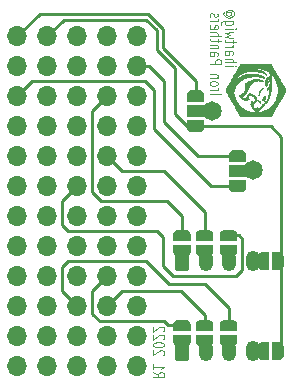
<source format=gbr>
%TF.GenerationSoftware,KiCad,Pcbnew,(5.1.6-0)*%
%TF.CreationDate,2022-05-02T22:38:42-07:00*%
%TF.ProjectId,rio-proto,72696f2d-7072-46f7-946f-2e6b69636164,rev?*%
%TF.SameCoordinates,PX87a6900PY757baf0*%
%TF.FileFunction,Copper,L2,Bot*%
%TF.FilePolarity,Positive*%
%FSLAX46Y46*%
G04 Gerber Fmt 4.6, Leading zero omitted, Abs format (unit mm)*
G04 Created by KiCad (PCBNEW (5.1.6-0)) date 2022-05-02 22:38:42*
%MOMM*%
%LPD*%
G01*
G04 APERTURE LIST*
%TA.AperFunction,NonConductor*%
%ADD10C,0.125000*%
%TD*%
%TA.AperFunction,EtchedComponent*%
%ADD11C,0.010000*%
%TD*%
%TA.AperFunction,SMDPad,CuDef*%
%ADD12C,0.100000*%
%TD*%
%TA.AperFunction,SMDPad,CuDef*%
%ADD13R,1.500000X1.000000*%
%TD*%
%TA.AperFunction,ComponentPad*%
%ADD14O,1.200000X1.750000*%
%TD*%
%TA.AperFunction,ComponentPad*%
%ADD15O,1.700000X1.700000*%
%TD*%
%TA.AperFunction,ComponentPad*%
%ADD16C,1.650000*%
%TD*%
%TA.AperFunction,Conductor*%
%ADD17C,0.254000*%
%TD*%
G04 APERTURE END LIST*
D10*
X14025619Y744750D02*
X14501809Y511417D01*
X14025619Y344750D02*
X15025619Y344750D01*
X15025619Y611417D01*
X14978000Y678084D01*
X14930380Y711417D01*
X14835142Y744750D01*
X14692285Y744750D01*
X14597047Y711417D01*
X14549428Y678084D01*
X14501809Y611417D01*
X14501809Y344750D01*
X14025619Y1411417D02*
X14025619Y1011417D01*
X14025619Y1211417D02*
X15025619Y1211417D01*
X14882761Y1144750D01*
X14787523Y1078084D01*
X14739904Y1011417D01*
X14930380Y2211417D02*
X14978000Y2244750D01*
X15025619Y2311417D01*
X15025619Y2478084D01*
X14978000Y2544750D01*
X14930380Y2578084D01*
X14835142Y2611417D01*
X14739904Y2611417D01*
X14597047Y2578084D01*
X14025619Y2178084D01*
X14025619Y2611417D01*
X15025619Y3044750D02*
X15025619Y3111417D01*
X14978000Y3178084D01*
X14930380Y3211417D01*
X14835142Y3244750D01*
X14644666Y3278084D01*
X14406571Y3278084D01*
X14216095Y3244750D01*
X14120857Y3211417D01*
X14073238Y3178084D01*
X14025619Y3111417D01*
X14025619Y3044750D01*
X14073238Y2978084D01*
X14120857Y2944750D01*
X14216095Y2911417D01*
X14406571Y2878084D01*
X14644666Y2878084D01*
X14835142Y2911417D01*
X14930380Y2944750D01*
X14978000Y2978084D01*
X15025619Y3044750D01*
X14930380Y3544750D02*
X14978000Y3578084D01*
X15025619Y3644750D01*
X15025619Y3811417D01*
X14978000Y3878084D01*
X14930380Y3911417D01*
X14835142Y3944750D01*
X14739904Y3944750D01*
X14597047Y3911417D01*
X14025619Y3511417D01*
X14025619Y3944750D01*
X14930380Y4211417D02*
X14978000Y4244750D01*
X15025619Y4311417D01*
X15025619Y4478084D01*
X14978000Y4544750D01*
X14930380Y4578084D01*
X14835142Y4611417D01*
X14739904Y4611417D01*
X14597047Y4578084D01*
X14025619Y4178084D01*
X14025619Y4611417D01*
X20121619Y26675084D02*
X20788285Y26675084D01*
X21121619Y26675084D02*
X21074000Y26641750D01*
X21026380Y26675084D01*
X21074000Y26708417D01*
X21121619Y26675084D01*
X21026380Y26675084D01*
X20121619Y27008417D02*
X21121619Y27008417D01*
X20121619Y27308417D02*
X20645428Y27308417D01*
X20740666Y27275084D01*
X20788285Y27208417D01*
X20788285Y27108417D01*
X20740666Y27041750D01*
X20693047Y27008417D01*
X20121619Y27941750D02*
X20645428Y27941750D01*
X20740666Y27908417D01*
X20788285Y27841750D01*
X20788285Y27708417D01*
X20740666Y27641750D01*
X20169238Y27941750D02*
X20121619Y27875084D01*
X20121619Y27708417D01*
X20169238Y27641750D01*
X20264476Y27608417D01*
X20359714Y27608417D01*
X20454952Y27641750D01*
X20502571Y27708417D01*
X20502571Y27875084D01*
X20550190Y27941750D01*
X20121619Y28275084D02*
X20788285Y28275084D01*
X20597809Y28275084D02*
X20693047Y28308417D01*
X20740666Y28341750D01*
X20788285Y28408417D01*
X20788285Y28475084D01*
X20788285Y28608417D02*
X20788285Y28875084D01*
X21121619Y28708417D02*
X20264476Y28708417D01*
X20169238Y28741750D01*
X20121619Y28808417D01*
X20121619Y28875084D01*
X20788285Y29041750D02*
X20121619Y29175084D01*
X20597809Y29308417D01*
X20121619Y29441750D01*
X20788285Y29575084D01*
X20121619Y29841750D02*
X20788285Y29841750D01*
X21121619Y29841750D02*
X21074000Y29808417D01*
X21026380Y29841750D01*
X21074000Y29875084D01*
X21121619Y29841750D01*
X21026380Y29841750D01*
X20788285Y30475084D02*
X19978761Y30475084D01*
X19883523Y30441750D01*
X19835904Y30408417D01*
X19788285Y30341750D01*
X19788285Y30241750D01*
X19835904Y30175084D01*
X20169238Y30475084D02*
X20121619Y30408417D01*
X20121619Y30275084D01*
X20169238Y30208417D01*
X20216857Y30175084D01*
X20312095Y30141750D01*
X20597809Y30141750D01*
X20693047Y30175084D01*
X20740666Y30208417D01*
X20788285Y30275084D01*
X20788285Y30408417D01*
X20740666Y30475084D01*
X20597809Y31241750D02*
X20645428Y31208417D01*
X20693047Y31141750D01*
X20693047Y31075084D01*
X20645428Y31008417D01*
X20597809Y30975084D01*
X20502571Y30941750D01*
X20407333Y30941750D01*
X20312095Y30975084D01*
X20264476Y31008417D01*
X20216857Y31075084D01*
X20216857Y31141750D01*
X20264476Y31208417D01*
X20312095Y31241750D01*
X20693047Y31241750D02*
X20312095Y31241750D01*
X20264476Y31275084D01*
X20264476Y31308417D01*
X20312095Y31375084D01*
X20407333Y31408417D01*
X20645428Y31408417D01*
X20788285Y31341750D01*
X20883523Y31241750D01*
X20931142Y31108417D01*
X20883523Y30975084D01*
X20788285Y30875084D01*
X20645428Y30808417D01*
X20454952Y30775084D01*
X20264476Y30808417D01*
X20121619Y30875084D01*
X20026380Y30975084D01*
X19978761Y31108417D01*
X20026380Y31241750D01*
X20121619Y31341750D01*
X18851619Y24287750D02*
X19851619Y24287750D01*
X18851619Y24621084D02*
X19518285Y24621084D01*
X19327809Y24621084D02*
X19423047Y24654417D01*
X19470666Y24687750D01*
X19518285Y24754417D01*
X19518285Y24821084D01*
X18851619Y25154417D02*
X18899238Y25087750D01*
X18946857Y25054417D01*
X19042095Y25021084D01*
X19327809Y25021084D01*
X19423047Y25054417D01*
X19470666Y25087750D01*
X19518285Y25154417D01*
X19518285Y25254417D01*
X19470666Y25321084D01*
X19423047Y25354417D01*
X19327809Y25387750D01*
X19042095Y25387750D01*
X18946857Y25354417D01*
X18899238Y25321084D01*
X18851619Y25254417D01*
X18851619Y25154417D01*
X19518285Y25687750D02*
X18851619Y25687750D01*
X19423047Y25687750D02*
X19470666Y25721084D01*
X19518285Y25787750D01*
X19518285Y25887750D01*
X19470666Y25954417D01*
X19375428Y25987750D01*
X18851619Y25987750D01*
X18851619Y26854417D02*
X19851619Y26854417D01*
X19851619Y27121084D01*
X19804000Y27187750D01*
X19756380Y27221084D01*
X19661142Y27254417D01*
X19518285Y27254417D01*
X19423047Y27221084D01*
X19375428Y27187750D01*
X19327809Y27121084D01*
X19327809Y26854417D01*
X18851619Y27854417D02*
X19375428Y27854417D01*
X19470666Y27821084D01*
X19518285Y27754417D01*
X19518285Y27621084D01*
X19470666Y27554417D01*
X18899238Y27854417D02*
X18851619Y27787750D01*
X18851619Y27621084D01*
X18899238Y27554417D01*
X18994476Y27521084D01*
X19089714Y27521084D01*
X19184952Y27554417D01*
X19232571Y27621084D01*
X19232571Y27787750D01*
X19280190Y27854417D01*
X19518285Y28187750D02*
X18851619Y28187750D01*
X19423047Y28187750D02*
X19470666Y28221084D01*
X19518285Y28287750D01*
X19518285Y28387750D01*
X19470666Y28454417D01*
X19375428Y28487750D01*
X18851619Y28487750D01*
X19518285Y28721084D02*
X19518285Y28987750D01*
X19851619Y28821084D02*
X18994476Y28821084D01*
X18899238Y28854417D01*
X18851619Y28921084D01*
X18851619Y28987750D01*
X18851619Y29221084D02*
X19851619Y29221084D01*
X18851619Y29521084D02*
X19375428Y29521084D01*
X19470666Y29487750D01*
X19518285Y29421084D01*
X19518285Y29321084D01*
X19470666Y29254417D01*
X19423047Y29221084D01*
X18899238Y30121084D02*
X18851619Y30054417D01*
X18851619Y29921084D01*
X18899238Y29854417D01*
X18994476Y29821084D01*
X19375428Y29821084D01*
X19470666Y29854417D01*
X19518285Y29921084D01*
X19518285Y30054417D01*
X19470666Y30121084D01*
X19375428Y30154417D01*
X19280190Y30154417D01*
X19184952Y29821084D01*
X18851619Y30454417D02*
X19518285Y30454417D01*
X19327809Y30454417D02*
X19423047Y30487750D01*
X19470666Y30521084D01*
X19518285Y30587750D01*
X19518285Y30654417D01*
X18899238Y30854417D02*
X18851619Y30921084D01*
X18851619Y31054417D01*
X18899238Y31121084D01*
X18994476Y31154417D01*
X19042095Y31154417D01*
X19137333Y31121084D01*
X19184952Y31054417D01*
X19184952Y30954417D01*
X19232571Y30887750D01*
X19327809Y30854417D01*
X19375428Y30854417D01*
X19470666Y30887750D01*
X19518285Y30954417D01*
X19518285Y31054417D01*
X19470666Y31121084D01*
D11*
%TO.C,G\u002A\u002A\u002A*%
G36*
X25264249Y24672273D02*
G01*
X25259154Y24695789D01*
X25255247Y24703444D01*
X25245300Y24721538D01*
X25229629Y24749518D01*
X25208552Y24786831D01*
X25182386Y24832921D01*
X25151449Y24887236D01*
X25116057Y24949220D01*
X25076527Y25018320D01*
X25033177Y25093982D01*
X24986324Y25175651D01*
X24936285Y25262775D01*
X24883378Y25354798D01*
X24827918Y25451167D01*
X24770225Y25551327D01*
X24710614Y25654725D01*
X24659738Y25742900D01*
X24575117Y25889412D01*
X24496743Y26024906D01*
X24424597Y26149414D01*
X24358662Y26262965D01*
X24298920Y26365590D01*
X24245353Y26457319D01*
X24197944Y26538181D01*
X24156675Y26608209D01*
X24121528Y26667431D01*
X24092484Y26715878D01*
X24069527Y26753581D01*
X24052639Y26780569D01*
X24041802Y26796874D01*
X24038318Y26801405D01*
X24012059Y26826487D01*
X23984533Y26843072D01*
X23973921Y26847443D01*
X23969609Y26849014D01*
X23965068Y26850454D01*
X23959753Y26851768D01*
X23953115Y26852963D01*
X23944609Y26854043D01*
X23933688Y26855014D01*
X23919805Y26855883D01*
X23902413Y26856655D01*
X23880965Y26857336D01*
X23854915Y26857931D01*
X23823716Y26858447D01*
X23786821Y26858888D01*
X23743683Y26859261D01*
X23693756Y26859572D01*
X23636493Y26859825D01*
X23571347Y26860028D01*
X23497771Y26860185D01*
X23415218Y26860303D01*
X23323143Y26860387D01*
X23220997Y26860443D01*
X23108235Y26860476D01*
X22984309Y26860493D01*
X22848673Y26860499D01*
X22729825Y26860500D01*
X22584281Y26860498D01*
X22450891Y26860489D01*
X22329107Y26860468D01*
X22218383Y26860429D01*
X22118174Y26860365D01*
X22027931Y26860272D01*
X21947110Y26860144D01*
X21875162Y26859975D01*
X21811542Y26859760D01*
X21755703Y26859493D01*
X21707099Y26859168D01*
X21665183Y26858779D01*
X21629407Y26858322D01*
X21599227Y26857790D01*
X21574095Y26857178D01*
X21553465Y26856480D01*
X21536790Y26855691D01*
X21523524Y26854805D01*
X21513120Y26853815D01*
X21505031Y26852718D01*
X21498712Y26851506D01*
X21493614Y26850175D01*
X21489193Y26848719D01*
X21486383Y26847687D01*
X21454369Y26831081D01*
X21425922Y26808103D01*
X21425820Y26808000D01*
X21419622Y26799837D01*
X21408478Y26782914D01*
X21392291Y26757063D01*
X21370961Y26722116D01*
X21344390Y26677905D01*
X21312479Y26624264D01*
X21275131Y26561024D01*
X21232246Y26488017D01*
X21183725Y26405077D01*
X21129471Y26312035D01*
X21069384Y26208724D01*
X21003367Y26094976D01*
X20931320Y25970624D01*
X20853144Y25835499D01*
X20805129Y25752425D01*
X20743986Y25646554D01*
X20684485Y25543430D01*
X20626942Y25443607D01*
X20571677Y25347640D01*
X20519007Y25256085D01*
X20469249Y25169496D01*
X20422723Y25088428D01*
X20379744Y25013437D01*
X20340632Y24945076D01*
X20305705Y24883903D01*
X20275279Y24830471D01*
X20249674Y24785335D01*
X20229207Y24749051D01*
X20214195Y24722173D01*
X20204957Y24705257D01*
X20201878Y24699114D01*
X20193923Y24661964D01*
X20193917Y24620958D01*
X20201593Y24581817D01*
X20208115Y24564975D01*
X20214466Y24552773D01*
X20226688Y24530535D01*
X20244398Y24498920D01*
X20267211Y24458591D01*
X20294745Y24410208D01*
X20326614Y24354434D01*
X20362435Y24291929D01*
X20401825Y24223356D01*
X20444399Y24149375D01*
X20489773Y24070647D01*
X20537564Y23987835D01*
X20587388Y23901600D01*
X20638861Y23812604D01*
X20691598Y23721506D01*
X20745217Y23628970D01*
X20799332Y23535656D01*
X20853561Y23442226D01*
X20907520Y23349342D01*
X20960824Y23257664D01*
X21013090Y23167855D01*
X21063933Y23080574D01*
X21112971Y22996485D01*
X21159818Y22916249D01*
X21204092Y22840526D01*
X21245408Y22769979D01*
X21283383Y22705268D01*
X21317631Y22647056D01*
X21347771Y22596003D01*
X21373418Y22552771D01*
X21394187Y22518021D01*
X21409695Y22492416D01*
X21419559Y22476615D01*
X21423151Y22471454D01*
X21442919Y22454687D01*
X21467140Y22438997D01*
X21478194Y22433354D01*
X21510625Y22418675D01*
X22736175Y22418675D01*
X22736175Y22755751D01*
X22679098Y22755873D01*
X22632497Y22756314D01*
X22594152Y22757189D01*
X22561840Y22758610D01*
X22533339Y22760691D01*
X22506430Y22763545D01*
X22478889Y22767285D01*
X22463125Y22769690D01*
X22306914Y22800350D01*
X22156036Y22842463D01*
X22010698Y22895930D01*
X21871101Y22960656D01*
X21737450Y23036542D01*
X21609950Y23123491D01*
X21488804Y23221407D01*
X21457587Y23249366D01*
X21348323Y23357817D01*
X21249095Y23473921D01*
X21160107Y23597291D01*
X21081563Y23727543D01*
X21013668Y23864290D01*
X20956625Y24007147D01*
X20910639Y24155728D01*
X20875912Y24309648D01*
X20865919Y24368125D01*
X20859888Y24412429D01*
X20857338Y24449740D01*
X20858376Y24485009D01*
X20863111Y24523189D01*
X20870158Y24561800D01*
X20895738Y24661011D01*
X20932879Y24761789D01*
X20980709Y24863087D01*
X21038362Y24963858D01*
X21104968Y25063056D01*
X21179659Y25159634D01*
X21261565Y25252545D01*
X21349818Y25340744D01*
X21443550Y25423182D01*
X21541891Y25498813D01*
X21643972Y25566592D01*
X21748926Y25625470D01*
X21756024Y25629064D01*
X21842856Y25668027D01*
X21940051Y25703218D01*
X22045752Y25734313D01*
X22158100Y25760986D01*
X22275235Y25782912D01*
X22395300Y25799766D01*
X22516434Y25811224D01*
X22636779Y25816961D01*
X22754476Y25816651D01*
X22814019Y25813993D01*
X22938599Y25803636D01*
X23057252Y25788017D01*
X23168535Y25767412D01*
X23271008Y25742098D01*
X23363228Y25712351D01*
X23382619Y25704996D01*
X23410039Y25694814D01*
X23433321Y25687174D01*
X23449847Y25682869D01*
X23456795Y25682509D01*
X23463155Y25692401D01*
X23458983Y25706723D01*
X23445303Y25724634D01*
X23423135Y25745290D01*
X23393501Y25767849D01*
X23357425Y25791470D01*
X23315928Y25815309D01*
X23270033Y25838525D01*
X23264113Y25841306D01*
X23141430Y25892225D01*
X23010494Y25934881D01*
X22872865Y25969073D01*
X22730103Y25994598D01*
X22583769Y26011256D01*
X22435422Y26018846D01*
X22286622Y26017165D01*
X22138931Y26006012D01*
X22063075Y25996401D01*
X21917982Y25969769D01*
X21780064Y25932830D01*
X21648689Y25885293D01*
X21523223Y25826867D01*
X21403035Y25757263D01*
X21287491Y25676188D01*
X21188385Y25594444D01*
X21131547Y25538347D01*
X21075464Y25471684D01*
X21021890Y25396551D01*
X21018667Y25391625D01*
X21001821Y25366104D01*
X20987424Y25344970D01*
X20976879Y25330232D01*
X20971589Y25323901D01*
X20971349Y25323800D01*
X20971827Y25329183D01*
X20977219Y25344164D01*
X20986744Y25366990D01*
X20999617Y25395911D01*
X21015057Y25429174D01*
X21032280Y25465026D01*
X21050504Y25501715D01*
X21053434Y25507495D01*
X21084402Y25564726D01*
X21120078Y25624396D01*
X21159272Y25684937D01*
X21200795Y25744785D01*
X21243455Y25802374D01*
X21286061Y25856137D01*
X21327425Y25904510D01*
X21366354Y25945926D01*
X21401659Y25978820D01*
X21426149Y25997713D01*
X21485857Y26034505D01*
X21555954Y26071209D01*
X21634153Y26106975D01*
X21718164Y26140952D01*
X21805700Y26172290D01*
X21894474Y26200137D01*
X21982196Y26223644D01*
X22066579Y26241960D01*
X22098089Y26247513D01*
X22148726Y26254189D01*
X22209241Y26259505D01*
X22276877Y26263361D01*
X22348874Y26265655D01*
X22422475Y26266289D01*
X22494921Y26265161D01*
X22538724Y26263502D01*
X22700878Y26252209D01*
X22852204Y26234281D01*
X22992702Y26209718D01*
X23122373Y26178520D01*
X23241218Y26140687D01*
X23349237Y26096218D01*
X23446431Y26045113D01*
X23532801Y25987371D01*
X23565297Y25961602D01*
X23586622Y25944336D01*
X23604683Y25930673D01*
X23617079Y25922378D01*
X23620969Y25920700D01*
X23629313Y25925110D01*
X23629366Y25937661D01*
X23621628Y25957328D01*
X23606601Y25983089D01*
X23584788Y26013919D01*
X23560209Y26044630D01*
X23500119Y26107090D01*
X23428752Y26165238D01*
X23346861Y26218823D01*
X23255203Y26267593D01*
X23154532Y26311299D01*
X23045605Y26349687D01*
X22929175Y26382509D01*
X22805999Y26409512D01*
X22676830Y26430446D01*
X22542426Y26445060D01*
X22403540Y26453102D01*
X22326600Y26454627D01*
X22287015Y26454942D01*
X22258860Y26455385D01*
X22240868Y26456103D01*
X22231768Y26457243D01*
X22230292Y26458950D01*
X22235171Y26461373D01*
X22243692Y26464205D01*
X22308055Y26481460D01*
X22382421Y26496307D01*
X22464270Y26508429D01*
X22551080Y26517508D01*
X22640327Y26523228D01*
X22729490Y26525272D01*
X22729825Y26525272D01*
X22843549Y26522843D01*
X22949341Y26515024D01*
X23050975Y26501357D01*
X23152220Y26481387D01*
X23210989Y26467065D01*
X23357417Y26422661D01*
X23498472Y26367045D01*
X23633649Y26300732D01*
X23762443Y26224240D01*
X23884346Y26138086D01*
X23998852Y26042788D01*
X24105457Y25938863D01*
X24203654Y25826828D01*
X24292936Y25707201D01*
X24372799Y25580498D01*
X24442735Y25447237D01*
X24502240Y25307935D01*
X24550806Y25163109D01*
X24574678Y25072975D01*
X24589848Y25005375D01*
X24601574Y24942860D01*
X24610223Y24882103D01*
X24616166Y24819777D01*
X24619772Y24752554D01*
X24621410Y24677109D01*
X24621579Y24650700D01*
X24621423Y24583859D01*
X24620285Y24526682D01*
X24617896Y24476152D01*
X24613990Y24429255D01*
X24608298Y24382974D01*
X24600552Y24334292D01*
X24590483Y24280195D01*
X24587147Y24263350D01*
X24551209Y24115395D01*
X24503800Y23972202D01*
X24445420Y23834291D01*
X24376567Y23702183D01*
X24297742Y23576397D01*
X24209444Y23457453D01*
X24112173Y23345872D01*
X24006428Y23242174D01*
X23892709Y23146878D01*
X23771516Y23060506D01*
X23643347Y22983576D01*
X23508702Y22916609D01*
X23368082Y22860126D01*
X23221985Y22814646D01*
X23187025Y22805639D01*
X23127173Y22791389D01*
X23073414Y22780034D01*
X23023016Y22771271D01*
X22973249Y22764797D01*
X22921381Y22760311D01*
X22864680Y22757511D01*
X22800414Y22756094D01*
X22736175Y22755751D01*
X22736175Y22418675D01*
X23949025Y22418675D01*
X23981457Y22433354D01*
X24005098Y22446647D01*
X24027911Y22463541D01*
X24036411Y22471454D01*
X24041613Y22479036D01*
X24052761Y22496968D01*
X24069470Y22524588D01*
X24091359Y22561237D01*
X24118044Y22606252D01*
X24149142Y22658973D01*
X24184270Y22718738D01*
X24223045Y22784887D01*
X24265084Y22856758D01*
X24310005Y22933690D01*
X24357424Y23015022D01*
X24406958Y23100092D01*
X24458225Y23188241D01*
X24510841Y23278806D01*
X24564424Y23371126D01*
X24618590Y23464541D01*
X24672957Y23558389D01*
X24727141Y23652009D01*
X24780760Y23744740D01*
X24833430Y23835921D01*
X24884769Y23924891D01*
X24934394Y24010988D01*
X24981922Y24093551D01*
X25026969Y24171920D01*
X25069153Y24245433D01*
X25108091Y24313430D01*
X25143400Y24375248D01*
X25174697Y24430227D01*
X25201598Y24477705D01*
X25223722Y24517022D01*
X25240685Y24547517D01*
X25252104Y24568528D01*
X25257596Y24579394D01*
X25257907Y24580171D01*
X25263955Y24607317D01*
X25266090Y24640042D01*
X25264249Y24672273D01*
G37*
X25264249Y24672273D02*
X25259154Y24695789D01*
X25255247Y24703444D01*
X25245300Y24721538D01*
X25229629Y24749518D01*
X25208552Y24786831D01*
X25182386Y24832921D01*
X25151449Y24887236D01*
X25116057Y24949220D01*
X25076527Y25018320D01*
X25033177Y25093982D01*
X24986324Y25175651D01*
X24936285Y25262775D01*
X24883378Y25354798D01*
X24827918Y25451167D01*
X24770225Y25551327D01*
X24710614Y25654725D01*
X24659738Y25742900D01*
X24575117Y25889412D01*
X24496743Y26024906D01*
X24424597Y26149414D01*
X24358662Y26262965D01*
X24298920Y26365590D01*
X24245353Y26457319D01*
X24197944Y26538181D01*
X24156675Y26608209D01*
X24121528Y26667431D01*
X24092484Y26715878D01*
X24069527Y26753581D01*
X24052639Y26780569D01*
X24041802Y26796874D01*
X24038318Y26801405D01*
X24012059Y26826487D01*
X23984533Y26843072D01*
X23973921Y26847443D01*
X23969609Y26849014D01*
X23965068Y26850454D01*
X23959753Y26851768D01*
X23953115Y26852963D01*
X23944609Y26854043D01*
X23933688Y26855014D01*
X23919805Y26855883D01*
X23902413Y26856655D01*
X23880965Y26857336D01*
X23854915Y26857931D01*
X23823716Y26858447D01*
X23786821Y26858888D01*
X23743683Y26859261D01*
X23693756Y26859572D01*
X23636493Y26859825D01*
X23571347Y26860028D01*
X23497771Y26860185D01*
X23415218Y26860303D01*
X23323143Y26860387D01*
X23220997Y26860443D01*
X23108235Y26860476D01*
X22984309Y26860493D01*
X22848673Y26860499D01*
X22729825Y26860500D01*
X22584281Y26860498D01*
X22450891Y26860489D01*
X22329107Y26860468D01*
X22218383Y26860429D01*
X22118174Y26860365D01*
X22027931Y26860272D01*
X21947110Y26860144D01*
X21875162Y26859975D01*
X21811542Y26859760D01*
X21755703Y26859493D01*
X21707099Y26859168D01*
X21665183Y26858779D01*
X21629407Y26858322D01*
X21599227Y26857790D01*
X21574095Y26857178D01*
X21553465Y26856480D01*
X21536790Y26855691D01*
X21523524Y26854805D01*
X21513120Y26853815D01*
X21505031Y26852718D01*
X21498712Y26851506D01*
X21493614Y26850175D01*
X21489193Y26848719D01*
X21486383Y26847687D01*
X21454369Y26831081D01*
X21425922Y26808103D01*
X21425820Y26808000D01*
X21419622Y26799837D01*
X21408478Y26782914D01*
X21392291Y26757063D01*
X21370961Y26722116D01*
X21344390Y26677905D01*
X21312479Y26624264D01*
X21275131Y26561024D01*
X21232246Y26488017D01*
X21183725Y26405077D01*
X21129471Y26312035D01*
X21069384Y26208724D01*
X21003367Y26094976D01*
X20931320Y25970624D01*
X20853144Y25835499D01*
X20805129Y25752425D01*
X20743986Y25646554D01*
X20684485Y25543430D01*
X20626942Y25443607D01*
X20571677Y25347640D01*
X20519007Y25256085D01*
X20469249Y25169496D01*
X20422723Y25088428D01*
X20379744Y25013437D01*
X20340632Y24945076D01*
X20305705Y24883903D01*
X20275279Y24830471D01*
X20249674Y24785335D01*
X20229207Y24749051D01*
X20214195Y24722173D01*
X20204957Y24705257D01*
X20201878Y24699114D01*
X20193923Y24661964D01*
X20193917Y24620958D01*
X20201593Y24581817D01*
X20208115Y24564975D01*
X20214466Y24552773D01*
X20226688Y24530535D01*
X20244398Y24498920D01*
X20267211Y24458591D01*
X20294745Y24410208D01*
X20326614Y24354434D01*
X20362435Y24291929D01*
X20401825Y24223356D01*
X20444399Y24149375D01*
X20489773Y24070647D01*
X20537564Y23987835D01*
X20587388Y23901600D01*
X20638861Y23812604D01*
X20691598Y23721506D01*
X20745217Y23628970D01*
X20799332Y23535656D01*
X20853561Y23442226D01*
X20907520Y23349342D01*
X20960824Y23257664D01*
X21013090Y23167855D01*
X21063933Y23080574D01*
X21112971Y22996485D01*
X21159818Y22916249D01*
X21204092Y22840526D01*
X21245408Y22769979D01*
X21283383Y22705268D01*
X21317631Y22647056D01*
X21347771Y22596003D01*
X21373418Y22552771D01*
X21394187Y22518021D01*
X21409695Y22492416D01*
X21419559Y22476615D01*
X21423151Y22471454D01*
X21442919Y22454687D01*
X21467140Y22438997D01*
X21478194Y22433354D01*
X21510625Y22418675D01*
X22736175Y22418675D01*
X22736175Y22755751D01*
X22679098Y22755873D01*
X22632497Y22756314D01*
X22594152Y22757189D01*
X22561840Y22758610D01*
X22533339Y22760691D01*
X22506430Y22763545D01*
X22478889Y22767285D01*
X22463125Y22769690D01*
X22306914Y22800350D01*
X22156036Y22842463D01*
X22010698Y22895930D01*
X21871101Y22960656D01*
X21737450Y23036542D01*
X21609950Y23123491D01*
X21488804Y23221407D01*
X21457587Y23249366D01*
X21348323Y23357817D01*
X21249095Y23473921D01*
X21160107Y23597291D01*
X21081563Y23727543D01*
X21013668Y23864290D01*
X20956625Y24007147D01*
X20910639Y24155728D01*
X20875912Y24309648D01*
X20865919Y24368125D01*
X20859888Y24412429D01*
X20857338Y24449740D01*
X20858376Y24485009D01*
X20863111Y24523189D01*
X20870158Y24561800D01*
X20895738Y24661011D01*
X20932879Y24761789D01*
X20980709Y24863087D01*
X21038362Y24963858D01*
X21104968Y25063056D01*
X21179659Y25159634D01*
X21261565Y25252545D01*
X21349818Y25340744D01*
X21443550Y25423182D01*
X21541891Y25498813D01*
X21643972Y25566592D01*
X21748926Y25625470D01*
X21756024Y25629064D01*
X21842856Y25668027D01*
X21940051Y25703218D01*
X22045752Y25734313D01*
X22158100Y25760986D01*
X22275235Y25782912D01*
X22395300Y25799766D01*
X22516434Y25811224D01*
X22636779Y25816961D01*
X22754476Y25816651D01*
X22814019Y25813993D01*
X22938599Y25803636D01*
X23057252Y25788017D01*
X23168535Y25767412D01*
X23271008Y25742098D01*
X23363228Y25712351D01*
X23382619Y25704996D01*
X23410039Y25694814D01*
X23433321Y25687174D01*
X23449847Y25682869D01*
X23456795Y25682509D01*
X23463155Y25692401D01*
X23458983Y25706723D01*
X23445303Y25724634D01*
X23423135Y25745290D01*
X23393501Y25767849D01*
X23357425Y25791470D01*
X23315928Y25815309D01*
X23270033Y25838525D01*
X23264113Y25841306D01*
X23141430Y25892225D01*
X23010494Y25934881D01*
X22872865Y25969073D01*
X22730103Y25994598D01*
X22583769Y26011256D01*
X22435422Y26018846D01*
X22286622Y26017165D01*
X22138931Y26006012D01*
X22063075Y25996401D01*
X21917982Y25969769D01*
X21780064Y25932830D01*
X21648689Y25885293D01*
X21523223Y25826867D01*
X21403035Y25757263D01*
X21287491Y25676188D01*
X21188385Y25594444D01*
X21131547Y25538347D01*
X21075464Y25471684D01*
X21021890Y25396551D01*
X21018667Y25391625D01*
X21001821Y25366104D01*
X20987424Y25344970D01*
X20976879Y25330232D01*
X20971589Y25323901D01*
X20971349Y25323800D01*
X20971827Y25329183D01*
X20977219Y25344164D01*
X20986744Y25366990D01*
X20999617Y25395911D01*
X21015057Y25429174D01*
X21032280Y25465026D01*
X21050504Y25501715D01*
X21053434Y25507495D01*
X21084402Y25564726D01*
X21120078Y25624396D01*
X21159272Y25684937D01*
X21200795Y25744785D01*
X21243455Y25802374D01*
X21286061Y25856137D01*
X21327425Y25904510D01*
X21366354Y25945926D01*
X21401659Y25978820D01*
X21426149Y25997713D01*
X21485857Y26034505D01*
X21555954Y26071209D01*
X21634153Y26106975D01*
X21718164Y26140952D01*
X21805700Y26172290D01*
X21894474Y26200137D01*
X21982196Y26223644D01*
X22066579Y26241960D01*
X22098089Y26247513D01*
X22148726Y26254189D01*
X22209241Y26259505D01*
X22276877Y26263361D01*
X22348874Y26265655D01*
X22422475Y26266289D01*
X22494921Y26265161D01*
X22538724Y26263502D01*
X22700878Y26252209D01*
X22852204Y26234281D01*
X22992702Y26209718D01*
X23122373Y26178520D01*
X23241218Y26140687D01*
X23349237Y26096218D01*
X23446431Y26045113D01*
X23532801Y25987371D01*
X23565297Y25961602D01*
X23586622Y25944336D01*
X23604683Y25930673D01*
X23617079Y25922378D01*
X23620969Y25920700D01*
X23629313Y25925110D01*
X23629366Y25937661D01*
X23621628Y25957328D01*
X23606601Y25983089D01*
X23584788Y26013919D01*
X23560209Y26044630D01*
X23500119Y26107090D01*
X23428752Y26165238D01*
X23346861Y26218823D01*
X23255203Y26267593D01*
X23154532Y26311299D01*
X23045605Y26349687D01*
X22929175Y26382509D01*
X22805999Y26409512D01*
X22676830Y26430446D01*
X22542426Y26445060D01*
X22403540Y26453102D01*
X22326600Y26454627D01*
X22287015Y26454942D01*
X22258860Y26455385D01*
X22240868Y26456103D01*
X22231768Y26457243D01*
X22230292Y26458950D01*
X22235171Y26461373D01*
X22243692Y26464205D01*
X22308055Y26481460D01*
X22382421Y26496307D01*
X22464270Y26508429D01*
X22551080Y26517508D01*
X22640327Y26523228D01*
X22729490Y26525272D01*
X22729825Y26525272D01*
X22843549Y26522843D01*
X22949341Y26515024D01*
X23050975Y26501357D01*
X23152220Y26481387D01*
X23210989Y26467065D01*
X23357417Y26422661D01*
X23498472Y26367045D01*
X23633649Y26300732D01*
X23762443Y26224240D01*
X23884346Y26138086D01*
X23998852Y26042788D01*
X24105457Y25938863D01*
X24203654Y25826828D01*
X24292936Y25707201D01*
X24372799Y25580498D01*
X24442735Y25447237D01*
X24502240Y25307935D01*
X24550806Y25163109D01*
X24574678Y25072975D01*
X24589848Y25005375D01*
X24601574Y24942860D01*
X24610223Y24882103D01*
X24616166Y24819777D01*
X24619772Y24752554D01*
X24621410Y24677109D01*
X24621579Y24650700D01*
X24621423Y24583859D01*
X24620285Y24526682D01*
X24617896Y24476152D01*
X24613990Y24429255D01*
X24608298Y24382974D01*
X24600552Y24334292D01*
X24590483Y24280195D01*
X24587147Y24263350D01*
X24551209Y24115395D01*
X24503800Y23972202D01*
X24445420Y23834291D01*
X24376567Y23702183D01*
X24297742Y23576397D01*
X24209444Y23457453D01*
X24112173Y23345872D01*
X24006428Y23242174D01*
X23892709Y23146878D01*
X23771516Y23060506D01*
X23643347Y22983576D01*
X23508702Y22916609D01*
X23368082Y22860126D01*
X23221985Y22814646D01*
X23187025Y22805639D01*
X23127173Y22791389D01*
X23073414Y22780034D01*
X23023016Y22771271D01*
X22973249Y22764797D01*
X22921381Y22760311D01*
X22864680Y22757511D01*
X22800414Y22756094D01*
X22736175Y22755751D01*
X22736175Y22418675D01*
X23949025Y22418675D01*
X23981457Y22433354D01*
X24005098Y22446647D01*
X24027911Y22463541D01*
X24036411Y22471454D01*
X24041613Y22479036D01*
X24052761Y22496968D01*
X24069470Y22524588D01*
X24091359Y22561237D01*
X24118044Y22606252D01*
X24149142Y22658973D01*
X24184270Y22718738D01*
X24223045Y22784887D01*
X24265084Y22856758D01*
X24310005Y22933690D01*
X24357424Y23015022D01*
X24406958Y23100092D01*
X24458225Y23188241D01*
X24510841Y23278806D01*
X24564424Y23371126D01*
X24618590Y23464541D01*
X24672957Y23558389D01*
X24727141Y23652009D01*
X24780760Y23744740D01*
X24833430Y23835921D01*
X24884769Y23924891D01*
X24934394Y24010988D01*
X24981922Y24093551D01*
X25026969Y24171920D01*
X25069153Y24245433D01*
X25108091Y24313430D01*
X25143400Y24375248D01*
X25174697Y24430227D01*
X25201598Y24477705D01*
X25223722Y24517022D01*
X25240685Y24547517D01*
X25252104Y24568528D01*
X25257596Y24579394D01*
X25257907Y24580171D01*
X25263955Y24607317D01*
X25266090Y24640042D01*
X25264249Y24672273D01*
G36*
X24065862Y25539534D02*
G01*
X24055599Y25680426D01*
X24039797Y25812610D01*
X24032800Y25857268D01*
X24027151Y25885862D01*
X24020286Y25903589D01*
X24010075Y25911413D01*
X23994387Y25910300D01*
X23971092Y25901216D01*
X23953932Y25893008D01*
X23896507Y25861469D01*
X23838257Y25823439D01*
X23781462Y25780816D01*
X23728401Y25735501D01*
X23681356Y25689394D01*
X23642604Y25644393D01*
X23623705Y25617824D01*
X23600904Y25574837D01*
X23580602Y25520922D01*
X23563350Y25457699D01*
X23554090Y25412700D01*
X23548886Y25375773D01*
X23545183Y25332223D01*
X23542979Y25284797D01*
X23542270Y25236243D01*
X23543056Y25189308D01*
X23545333Y25146739D01*
X23549100Y25111286D01*
X23554354Y25085694D01*
X23554360Y25085675D01*
X23565617Y25056423D01*
X23578883Y25034333D01*
X23592716Y25021457D01*
X23601154Y25019000D01*
X23609958Y25023091D01*
X23624531Y25033793D01*
X23640947Y25048092D01*
X23667501Y25078869D01*
X23693474Y25120162D01*
X23717852Y25169795D01*
X23739621Y25225594D01*
X23757766Y25285381D01*
X23764503Y25313111D01*
X23768601Y25334954D01*
X23772276Y25360665D01*
X23775160Y25386639D01*
X23776884Y25409276D01*
X23777079Y25424975D01*
X23776399Y25429351D01*
X23767800Y25436925D01*
X23753593Y25435924D01*
X23740446Y25428809D01*
X23725270Y25422900D01*
X23712840Y25428237D01*
X23708284Y25435759D01*
X23709230Y25448782D01*
X23718304Y25471124D01*
X23735349Y25502479D01*
X23760207Y25542542D01*
X23774035Y25563532D01*
X23802079Y25603057D01*
X23825786Y25631052D01*
X23845570Y25647764D01*
X23861847Y25653441D01*
X23875028Y25648330D01*
X23885529Y25632681D01*
X23886362Y25630752D01*
X23895661Y25604426D01*
X23903094Y25573648D01*
X23908872Y25536748D01*
X23913206Y25492059D01*
X23916306Y25437912D01*
X23918261Y25377775D01*
X23919242Y25304493D01*
X23918071Y25241764D01*
X23914285Y25187552D01*
X23907422Y25139823D01*
X23897020Y25096542D01*
X23882616Y25055674D01*
X23863749Y25015184D01*
X23839957Y24973039D01*
X23818640Y24939177D01*
X23779977Y24878044D01*
X23749562Y24826111D01*
X23727238Y24783059D01*
X23712846Y24748568D01*
X23706228Y24722319D01*
X23705834Y24711414D01*
X23709877Y24692204D01*
X23718804Y24684070D01*
X23733294Y24686867D01*
X23754024Y24700451D01*
X23754685Y24700972D01*
X23775200Y24715162D01*
X23800157Y24729681D01*
X23813353Y24736314D01*
X23839734Y24747486D01*
X23858707Y24751957D01*
X23871280Y24748643D01*
X23878459Y24736461D01*
X23881253Y24714326D01*
X23880667Y24681155D01*
X23879734Y24664888D01*
X23875410Y24608568D01*
X23869302Y24545604D01*
X23861737Y24478344D01*
X23853043Y24409136D01*
X23843546Y24340328D01*
X23833574Y24274268D01*
X23823454Y24213305D01*
X23813515Y24159786D01*
X23804082Y24116059D01*
X23802069Y24107831D01*
X23779597Y24029855D01*
X23752433Y23957571D01*
X23719529Y23889340D01*
X23679832Y23823525D01*
X23632294Y23758488D01*
X23575864Y23692592D01*
X23509492Y23624198D01*
X23464402Y23581228D01*
X23417804Y23537145D01*
X23379097Y23498581D01*
X23346214Y23463177D01*
X23317086Y23428571D01*
X23289645Y23392403D01*
X23261823Y23352313D01*
X23255359Y23342600D01*
X23216857Y23285345D01*
X23182742Y23237133D01*
X23151181Y23195937D01*
X23120340Y23159728D01*
X23088386Y23126475D01*
X23053487Y23094151D01*
X23013809Y23060727D01*
X22967950Y23024508D01*
X22927295Y22993608D01*
X22895039Y22970333D01*
X22870041Y22953928D01*
X22851159Y22943637D01*
X22838750Y22939052D01*
X22827967Y22937676D01*
X22823087Y22941166D01*
X22824452Y22950689D01*
X22832401Y22967411D01*
X22847274Y22992500D01*
X22860293Y23013034D01*
X22877498Y23040459D01*
X22893431Y23067052D01*
X22905963Y23089198D01*
X22911558Y23100091D01*
X22924430Y23127457D01*
X22908094Y23148874D01*
X22892897Y23165912D01*
X22878536Y23173588D01*
X22861953Y23172174D01*
X22840087Y23161944D01*
X22829880Y23155878D01*
X22778308Y23130621D01*
X22726497Y23117894D01*
X22674887Y23117726D01*
X22623917Y23130149D01*
X22601464Y23139779D01*
X22562146Y23164267D01*
X22533457Y23194605D01*
X22514962Y23231614D01*
X22506226Y23276116D01*
X22506103Y23319762D01*
X22515141Y23378562D01*
X22534873Y23440159D01*
X22565551Y23505086D01*
X22607427Y23573878D01*
X22660754Y23647068D01*
X22660782Y23647103D01*
X22700923Y23700534D01*
X22732462Y23747482D01*
X22756487Y23789674D01*
X22772440Y23824652D01*
X22780068Y23851358D01*
X22785148Y23884671D01*
X22787620Y23921068D01*
X22787422Y23957027D01*
X22784495Y23989024D01*
X22778778Y24013537D01*
X22775804Y24020261D01*
X22762365Y24038550D01*
X22739672Y24062291D01*
X22709288Y24090287D01*
X22672779Y24121341D01*
X22631711Y24154255D01*
X22587647Y24187832D01*
X22542153Y24220875D01*
X22496795Y24252187D01*
X22453137Y24280570D01*
X22412744Y24304826D01*
X22382564Y24321096D01*
X22329200Y24344701D01*
X22281200Y24358763D01*
X22236247Y24363851D01*
X22212250Y24363054D01*
X22167241Y24356733D01*
X22129031Y24345129D01*
X22096241Y24327010D01*
X22067488Y24301145D01*
X22041392Y24266302D01*
X22016571Y24221251D01*
X21992705Y24167363D01*
X21976224Y24127523D01*
X21962972Y24097146D01*
X21951605Y24073848D01*
X21940779Y24055246D01*
X21929150Y24038954D01*
X21915374Y24022588D01*
X21904160Y24010272D01*
X21873204Y23980182D01*
X21844576Y23960445D01*
X21815503Y23949779D01*
X21783213Y23946906D01*
X21768507Y23947675D01*
X21714668Y23956987D01*
X21669673Y23975257D01*
X21633190Y24002662D01*
X21608383Y24033650D01*
X21595275Y24062113D01*
X21589681Y24092035D01*
X21592130Y24119160D01*
X21596408Y24130108D01*
X21604093Y24138428D01*
X21619950Y24151709D01*
X21641513Y24167981D01*
X21661496Y24182022D01*
X21689424Y24202706D01*
X21722476Y24229824D01*
X21757211Y24260434D01*
X21790187Y24291594D01*
X21793674Y24295044D01*
X21832976Y24335860D01*
X21868337Y24376672D01*
X21900709Y24419083D01*
X21931045Y24464697D01*
X21960298Y24515117D01*
X21989421Y24571947D01*
X22019366Y24636790D01*
X22051087Y24711251D01*
X22072882Y24765000D01*
X22090285Y24807773D01*
X22108391Y24850849D01*
X22125929Y24891303D01*
X22141630Y24926215D01*
X22154222Y24952662D01*
X22155835Y24955856D01*
X22181879Y25002281D01*
X22211952Y25046693D01*
X22247247Y25090339D01*
X22288955Y25134468D01*
X22338271Y25180328D01*
X22396386Y25229168D01*
X22464492Y25282235D01*
X22475825Y25290773D01*
X22541999Y25337594D01*
X22603845Y25374882D01*
X22664017Y25403713D01*
X22725166Y25425163D01*
X22789948Y25440310D01*
X22861014Y25450228D01*
X22871391Y25451240D01*
X22933258Y25453981D01*
X23003157Y25451926D01*
X23077533Y25445481D01*
X23152830Y25435050D01*
X23225494Y25421038D01*
X23291971Y25403850D01*
X23294667Y25403037D01*
X23313793Y25397775D01*
X23325061Y25396833D01*
X23332562Y25400229D01*
X23335835Y25403212D01*
X23341491Y25413445D01*
X23337733Y25424710D01*
X23323742Y25438124D01*
X23298701Y25454804D01*
X23297467Y25455549D01*
X23221803Y25494539D01*
X23137339Y25526213D01*
X23045803Y25550364D01*
X22948920Y25566781D01*
X22848416Y25575256D01*
X22746020Y25575579D01*
X22643456Y25567543D01*
X22542451Y25550938D01*
X22530542Y25548365D01*
X22458488Y25530195D01*
X22388860Y25507829D01*
X22317810Y25479879D01*
X22241488Y25444955D01*
X22234525Y25441568D01*
X22184077Y25415355D01*
X22130362Y25384684D01*
X22075426Y25350942D01*
X22021313Y25315518D01*
X21970069Y25279803D01*
X21923737Y25245183D01*
X21884363Y25213049D01*
X21853991Y25184789D01*
X21849416Y25179981D01*
X21832606Y25161875D01*
X21848835Y25101550D01*
X21855567Y25074671D01*
X21860208Y25050409D01*
X21863145Y25025164D01*
X21864764Y24995336D01*
X21865450Y24957326D01*
X21865522Y24945975D01*
X21865197Y24898806D01*
X21863304Y24859987D01*
X21859226Y24825201D01*
X21852347Y24790134D01*
X21842053Y24750470D01*
X21833348Y24720550D01*
X21820619Y24682112D01*
X21804248Y24638917D01*
X21785635Y24594158D01*
X21766180Y24551029D01*
X21747282Y24512722D01*
X21730342Y24482433D01*
X21726018Y24475640D01*
X21682679Y24420900D01*
X21628710Y24370611D01*
X21565718Y24325829D01*
X21495311Y24287609D01*
X21419098Y24257006D01*
X21371468Y24242798D01*
X21340933Y24234309D01*
X21320931Y24227206D01*
X21309519Y24220514D01*
X21304751Y24213261D01*
X21304250Y24209147D01*
X21307826Y24200857D01*
X21317474Y24185005D01*
X21331575Y24164135D01*
X21343149Y24148012D01*
X21396641Y24082654D01*
X21458852Y24019339D01*
X21526928Y23960492D01*
X21598013Y23908540D01*
X21669252Y23865909D01*
X21684125Y23858288D01*
X21714817Y23843742D01*
X21738661Y23834468D01*
X21759700Y23829205D01*
X21781974Y23826686D01*
X21785909Y23826454D01*
X21811631Y23825985D01*
X21831248Y23828792D01*
X21851212Y23836228D01*
X21865327Y23843111D01*
X21902528Y23862030D01*
X21949300Y23836802D01*
X21981670Y23821340D01*
X22005237Y23814704D01*
X22020299Y23816860D01*
X22027133Y23827667D01*
X22025496Y23838328D01*
X22019227Y23857186D01*
X22009447Y23881112D01*
X22002566Y23896168D01*
X21991425Y23920311D01*
X21983054Y23939807D01*
X21978517Y23952096D01*
X21978118Y23954996D01*
X21983869Y23952438D01*
X21997420Y23943683D01*
X22016491Y23930257D01*
X22030580Y23919887D01*
X22061516Y23897985D01*
X22091106Y23879264D01*
X22117368Y23864784D01*
X22138321Y23855602D01*
X22151983Y23852776D01*
X22154816Y23853568D01*
X22159609Y23858328D01*
X22160171Y23865536D01*
X22155724Y23876906D01*
X22145489Y23894155D01*
X22128686Y23919000D01*
X22118584Y23933385D01*
X22098890Y23962109D01*
X22079664Y23991640D01*
X22063513Y24017897D01*
X22055377Y24032250D01*
X22034979Y24070555D01*
X22056993Y24103243D01*
X22095157Y24150906D01*
X22138099Y24187084D01*
X22186691Y24212238D01*
X22241806Y24226824D01*
X22301200Y24231310D01*
X22355893Y24225258D01*
X22410827Y24207920D01*
X22464562Y24180601D01*
X22515657Y24144603D01*
X22562673Y24101229D01*
X22604168Y24051784D01*
X22638702Y23997569D01*
X22664835Y23939889D01*
X22679348Y23889196D01*
X22684274Y23851634D01*
X22682674Y23814405D01*
X22673997Y23775507D01*
X22657692Y23732938D01*
X22633210Y23684696D01*
X22614047Y23651665D01*
X22601666Y23632005D01*
X22592784Y23621372D01*
X22584868Y23617619D01*
X22575380Y23618600D01*
X22575076Y23618672D01*
X22547005Y23628303D01*
X22511242Y23645171D01*
X22469739Y23668248D01*
X22424447Y23696505D01*
X22413070Y23704050D01*
X22382034Y23724790D01*
X22359733Y23739219D01*
X22344369Y23748122D01*
X22334141Y23752282D01*
X22327252Y23752482D01*
X22321902Y23749505D01*
X22317724Y23745565D01*
X22311816Y23735686D01*
X22310481Y23721060D01*
X22313967Y23699866D01*
X22322518Y23670283D01*
X22331432Y23644225D01*
X22356024Y23583771D01*
X22387208Y23523363D01*
X22416346Y23475315D01*
X22430040Y23453415D01*
X22440624Y23435506D01*
X22446533Y23424283D01*
X22447250Y23422102D01*
X22441825Y23418487D01*
X22427260Y23419206D01*
X22406119Y23423667D01*
X22380968Y23431276D01*
X22354372Y23441443D01*
X22344377Y23445872D01*
X22318736Y23457095D01*
X22302120Y23462614D01*
X22292495Y23462978D01*
X22289064Y23460754D01*
X22288623Y23450771D01*
X22295855Y23432664D01*
X22309971Y23407779D01*
X22330182Y23377459D01*
X22355699Y23343050D01*
X22365435Y23330668D01*
X22382848Y23308493D01*
X22393785Y23292670D01*
X22399752Y23279673D01*
X22402253Y23265975D01*
X22402795Y23248051D01*
X22402800Y23243152D01*
X22404481Y23212913D01*
X22410503Y23186859D01*
X22422339Y23161243D01*
X22441462Y23132316D01*
X22451674Y23118727D01*
X22500093Y23060397D01*
X22550882Y23007697D01*
X22602675Y22961682D01*
X22654105Y22923409D01*
X22703806Y22893933D01*
X22750411Y22874313D01*
X22776436Y22867688D01*
X22805272Y22864218D01*
X22831024Y22865808D01*
X22856499Y22873386D01*
X22884503Y22887883D01*
X22917843Y22910226D01*
X22928480Y22917988D01*
X23019197Y22987816D01*
X23098032Y23054498D01*
X23165320Y23118354D01*
X23221399Y23179707D01*
X23266603Y23238878D01*
X23272670Y23247894D01*
X23293184Y23277337D01*
X23315991Y23307525D01*
X23337625Y23333969D01*
X23348225Y23345775D01*
X23370199Y23369551D01*
X23393276Y23395413D01*
X23412497Y23417799D01*
X23412660Y23417997D01*
X23428475Y23435053D01*
X23451388Y23457236D01*
X23478496Y23481844D01*
X23506897Y23506175D01*
X23510875Y23509458D01*
X23593098Y23581374D01*
X23663516Y23652634D01*
X23722923Y23724181D01*
X23772113Y23796956D01*
X23806310Y23860125D01*
X23824352Y23900308D01*
X23844467Y23950002D01*
X23865642Y24006400D01*
X23886864Y24066694D01*
X23907121Y24128075D01*
X23925399Y24187735D01*
X23929091Y24200478D01*
X23963195Y24332238D01*
X23992856Y24472792D01*
X24017953Y24620195D01*
X24038364Y24772502D01*
X24053966Y24927769D01*
X24064639Y25084050D01*
X24070260Y25239401D01*
X24070709Y25391877D01*
X24065862Y25539534D01*
G37*
X24065862Y25539534D02*
X24055599Y25680426D01*
X24039797Y25812610D01*
X24032800Y25857268D01*
X24027151Y25885862D01*
X24020286Y25903589D01*
X24010075Y25911413D01*
X23994387Y25910300D01*
X23971092Y25901216D01*
X23953932Y25893008D01*
X23896507Y25861469D01*
X23838257Y25823439D01*
X23781462Y25780816D01*
X23728401Y25735501D01*
X23681356Y25689394D01*
X23642604Y25644393D01*
X23623705Y25617824D01*
X23600904Y25574837D01*
X23580602Y25520922D01*
X23563350Y25457699D01*
X23554090Y25412700D01*
X23548886Y25375773D01*
X23545183Y25332223D01*
X23542979Y25284797D01*
X23542270Y25236243D01*
X23543056Y25189308D01*
X23545333Y25146739D01*
X23549100Y25111286D01*
X23554354Y25085694D01*
X23554360Y25085675D01*
X23565617Y25056423D01*
X23578883Y25034333D01*
X23592716Y25021457D01*
X23601154Y25019000D01*
X23609958Y25023091D01*
X23624531Y25033793D01*
X23640947Y25048092D01*
X23667501Y25078869D01*
X23693474Y25120162D01*
X23717852Y25169795D01*
X23739621Y25225594D01*
X23757766Y25285381D01*
X23764503Y25313111D01*
X23768601Y25334954D01*
X23772276Y25360665D01*
X23775160Y25386639D01*
X23776884Y25409276D01*
X23777079Y25424975D01*
X23776399Y25429351D01*
X23767800Y25436925D01*
X23753593Y25435924D01*
X23740446Y25428809D01*
X23725270Y25422900D01*
X23712840Y25428237D01*
X23708284Y25435759D01*
X23709230Y25448782D01*
X23718304Y25471124D01*
X23735349Y25502479D01*
X23760207Y25542542D01*
X23774035Y25563532D01*
X23802079Y25603057D01*
X23825786Y25631052D01*
X23845570Y25647764D01*
X23861847Y25653441D01*
X23875028Y25648330D01*
X23885529Y25632681D01*
X23886362Y25630752D01*
X23895661Y25604426D01*
X23903094Y25573648D01*
X23908872Y25536748D01*
X23913206Y25492059D01*
X23916306Y25437912D01*
X23918261Y25377775D01*
X23919242Y25304493D01*
X23918071Y25241764D01*
X23914285Y25187552D01*
X23907422Y25139823D01*
X23897020Y25096542D01*
X23882616Y25055674D01*
X23863749Y25015184D01*
X23839957Y24973039D01*
X23818640Y24939177D01*
X23779977Y24878044D01*
X23749562Y24826111D01*
X23727238Y24783059D01*
X23712846Y24748568D01*
X23706228Y24722319D01*
X23705834Y24711414D01*
X23709877Y24692204D01*
X23718804Y24684070D01*
X23733294Y24686867D01*
X23754024Y24700451D01*
X23754685Y24700972D01*
X23775200Y24715162D01*
X23800157Y24729681D01*
X23813353Y24736314D01*
X23839734Y24747486D01*
X23858707Y24751957D01*
X23871280Y24748643D01*
X23878459Y24736461D01*
X23881253Y24714326D01*
X23880667Y24681155D01*
X23879734Y24664888D01*
X23875410Y24608568D01*
X23869302Y24545604D01*
X23861737Y24478344D01*
X23853043Y24409136D01*
X23843546Y24340328D01*
X23833574Y24274268D01*
X23823454Y24213305D01*
X23813515Y24159786D01*
X23804082Y24116059D01*
X23802069Y24107831D01*
X23779597Y24029855D01*
X23752433Y23957571D01*
X23719529Y23889340D01*
X23679832Y23823525D01*
X23632294Y23758488D01*
X23575864Y23692592D01*
X23509492Y23624198D01*
X23464402Y23581228D01*
X23417804Y23537145D01*
X23379097Y23498581D01*
X23346214Y23463177D01*
X23317086Y23428571D01*
X23289645Y23392403D01*
X23261823Y23352313D01*
X23255359Y23342600D01*
X23216857Y23285345D01*
X23182742Y23237133D01*
X23151181Y23195937D01*
X23120340Y23159728D01*
X23088386Y23126475D01*
X23053487Y23094151D01*
X23013809Y23060727D01*
X22967950Y23024508D01*
X22927295Y22993608D01*
X22895039Y22970333D01*
X22870041Y22953928D01*
X22851159Y22943637D01*
X22838750Y22939052D01*
X22827967Y22937676D01*
X22823087Y22941166D01*
X22824452Y22950689D01*
X22832401Y22967411D01*
X22847274Y22992500D01*
X22860293Y23013034D01*
X22877498Y23040459D01*
X22893431Y23067052D01*
X22905963Y23089198D01*
X22911558Y23100091D01*
X22924430Y23127457D01*
X22908094Y23148874D01*
X22892897Y23165912D01*
X22878536Y23173588D01*
X22861953Y23172174D01*
X22840087Y23161944D01*
X22829880Y23155878D01*
X22778308Y23130621D01*
X22726497Y23117894D01*
X22674887Y23117726D01*
X22623917Y23130149D01*
X22601464Y23139779D01*
X22562146Y23164267D01*
X22533457Y23194605D01*
X22514962Y23231614D01*
X22506226Y23276116D01*
X22506103Y23319762D01*
X22515141Y23378562D01*
X22534873Y23440159D01*
X22565551Y23505086D01*
X22607427Y23573878D01*
X22660754Y23647068D01*
X22660782Y23647103D01*
X22700923Y23700534D01*
X22732462Y23747482D01*
X22756487Y23789674D01*
X22772440Y23824652D01*
X22780068Y23851358D01*
X22785148Y23884671D01*
X22787620Y23921068D01*
X22787422Y23957027D01*
X22784495Y23989024D01*
X22778778Y24013537D01*
X22775804Y24020261D01*
X22762365Y24038550D01*
X22739672Y24062291D01*
X22709288Y24090287D01*
X22672779Y24121341D01*
X22631711Y24154255D01*
X22587647Y24187832D01*
X22542153Y24220875D01*
X22496795Y24252187D01*
X22453137Y24280570D01*
X22412744Y24304826D01*
X22382564Y24321096D01*
X22329200Y24344701D01*
X22281200Y24358763D01*
X22236247Y24363851D01*
X22212250Y24363054D01*
X22167241Y24356733D01*
X22129031Y24345129D01*
X22096241Y24327010D01*
X22067488Y24301145D01*
X22041392Y24266302D01*
X22016571Y24221251D01*
X21992705Y24167363D01*
X21976224Y24127523D01*
X21962972Y24097146D01*
X21951605Y24073848D01*
X21940779Y24055246D01*
X21929150Y24038954D01*
X21915374Y24022588D01*
X21904160Y24010272D01*
X21873204Y23980182D01*
X21844576Y23960445D01*
X21815503Y23949779D01*
X21783213Y23946906D01*
X21768507Y23947675D01*
X21714668Y23956987D01*
X21669673Y23975257D01*
X21633190Y24002662D01*
X21608383Y24033650D01*
X21595275Y24062113D01*
X21589681Y24092035D01*
X21592130Y24119160D01*
X21596408Y24130108D01*
X21604093Y24138428D01*
X21619950Y24151709D01*
X21641513Y24167981D01*
X21661496Y24182022D01*
X21689424Y24202706D01*
X21722476Y24229824D01*
X21757211Y24260434D01*
X21790187Y24291594D01*
X21793674Y24295044D01*
X21832976Y24335860D01*
X21868337Y24376672D01*
X21900709Y24419083D01*
X21931045Y24464697D01*
X21960298Y24515117D01*
X21989421Y24571947D01*
X22019366Y24636790D01*
X22051087Y24711251D01*
X22072882Y24765000D01*
X22090285Y24807773D01*
X22108391Y24850849D01*
X22125929Y24891303D01*
X22141630Y24926215D01*
X22154222Y24952662D01*
X22155835Y24955856D01*
X22181879Y25002281D01*
X22211952Y25046693D01*
X22247247Y25090339D01*
X22288955Y25134468D01*
X22338271Y25180328D01*
X22396386Y25229168D01*
X22464492Y25282235D01*
X22475825Y25290773D01*
X22541999Y25337594D01*
X22603845Y25374882D01*
X22664017Y25403713D01*
X22725166Y25425163D01*
X22789948Y25440310D01*
X22861014Y25450228D01*
X22871391Y25451240D01*
X22933258Y25453981D01*
X23003157Y25451926D01*
X23077533Y25445481D01*
X23152830Y25435050D01*
X23225494Y25421038D01*
X23291971Y25403850D01*
X23294667Y25403037D01*
X23313793Y25397775D01*
X23325061Y25396833D01*
X23332562Y25400229D01*
X23335835Y25403212D01*
X23341491Y25413445D01*
X23337733Y25424710D01*
X23323742Y25438124D01*
X23298701Y25454804D01*
X23297467Y25455549D01*
X23221803Y25494539D01*
X23137339Y25526213D01*
X23045803Y25550364D01*
X22948920Y25566781D01*
X22848416Y25575256D01*
X22746020Y25575579D01*
X22643456Y25567543D01*
X22542451Y25550938D01*
X22530542Y25548365D01*
X22458488Y25530195D01*
X22388860Y25507829D01*
X22317810Y25479879D01*
X22241488Y25444955D01*
X22234525Y25441568D01*
X22184077Y25415355D01*
X22130362Y25384684D01*
X22075426Y25350942D01*
X22021313Y25315518D01*
X21970069Y25279803D01*
X21923737Y25245183D01*
X21884363Y25213049D01*
X21853991Y25184789D01*
X21849416Y25179981D01*
X21832606Y25161875D01*
X21848835Y25101550D01*
X21855567Y25074671D01*
X21860208Y25050409D01*
X21863145Y25025164D01*
X21864764Y24995336D01*
X21865450Y24957326D01*
X21865522Y24945975D01*
X21865197Y24898806D01*
X21863304Y24859987D01*
X21859226Y24825201D01*
X21852347Y24790134D01*
X21842053Y24750470D01*
X21833348Y24720550D01*
X21820619Y24682112D01*
X21804248Y24638917D01*
X21785635Y24594158D01*
X21766180Y24551029D01*
X21747282Y24512722D01*
X21730342Y24482433D01*
X21726018Y24475640D01*
X21682679Y24420900D01*
X21628710Y24370611D01*
X21565718Y24325829D01*
X21495311Y24287609D01*
X21419098Y24257006D01*
X21371468Y24242798D01*
X21340933Y24234309D01*
X21320931Y24227206D01*
X21309519Y24220514D01*
X21304751Y24213261D01*
X21304250Y24209147D01*
X21307826Y24200857D01*
X21317474Y24185005D01*
X21331575Y24164135D01*
X21343149Y24148012D01*
X21396641Y24082654D01*
X21458852Y24019339D01*
X21526928Y23960492D01*
X21598013Y23908540D01*
X21669252Y23865909D01*
X21684125Y23858288D01*
X21714817Y23843742D01*
X21738661Y23834468D01*
X21759700Y23829205D01*
X21781974Y23826686D01*
X21785909Y23826454D01*
X21811631Y23825985D01*
X21831248Y23828792D01*
X21851212Y23836228D01*
X21865327Y23843111D01*
X21902528Y23862030D01*
X21949300Y23836802D01*
X21981670Y23821340D01*
X22005237Y23814704D01*
X22020299Y23816860D01*
X22027133Y23827667D01*
X22025496Y23838328D01*
X22019227Y23857186D01*
X22009447Y23881112D01*
X22002566Y23896168D01*
X21991425Y23920311D01*
X21983054Y23939807D01*
X21978517Y23952096D01*
X21978118Y23954996D01*
X21983869Y23952438D01*
X21997420Y23943683D01*
X22016491Y23930257D01*
X22030580Y23919887D01*
X22061516Y23897985D01*
X22091106Y23879264D01*
X22117368Y23864784D01*
X22138321Y23855602D01*
X22151983Y23852776D01*
X22154816Y23853568D01*
X22159609Y23858328D01*
X22160171Y23865536D01*
X22155724Y23876906D01*
X22145489Y23894155D01*
X22128686Y23919000D01*
X22118584Y23933385D01*
X22098890Y23962109D01*
X22079664Y23991640D01*
X22063513Y24017897D01*
X22055377Y24032250D01*
X22034979Y24070555D01*
X22056993Y24103243D01*
X22095157Y24150906D01*
X22138099Y24187084D01*
X22186691Y24212238D01*
X22241806Y24226824D01*
X22301200Y24231310D01*
X22355893Y24225258D01*
X22410827Y24207920D01*
X22464562Y24180601D01*
X22515657Y24144603D01*
X22562673Y24101229D01*
X22604168Y24051784D01*
X22638702Y23997569D01*
X22664835Y23939889D01*
X22679348Y23889196D01*
X22684274Y23851634D01*
X22682674Y23814405D01*
X22673997Y23775507D01*
X22657692Y23732938D01*
X22633210Y23684696D01*
X22614047Y23651665D01*
X22601666Y23632005D01*
X22592784Y23621372D01*
X22584868Y23617619D01*
X22575380Y23618600D01*
X22575076Y23618672D01*
X22547005Y23628303D01*
X22511242Y23645171D01*
X22469739Y23668248D01*
X22424447Y23696505D01*
X22413070Y23704050D01*
X22382034Y23724790D01*
X22359733Y23739219D01*
X22344369Y23748122D01*
X22334141Y23752282D01*
X22327252Y23752482D01*
X22321902Y23749505D01*
X22317724Y23745565D01*
X22311816Y23735686D01*
X22310481Y23721060D01*
X22313967Y23699866D01*
X22322518Y23670283D01*
X22331432Y23644225D01*
X22356024Y23583771D01*
X22387208Y23523363D01*
X22416346Y23475315D01*
X22430040Y23453415D01*
X22440624Y23435506D01*
X22446533Y23424283D01*
X22447250Y23422102D01*
X22441825Y23418487D01*
X22427260Y23419206D01*
X22406119Y23423667D01*
X22380968Y23431276D01*
X22354372Y23441443D01*
X22344377Y23445872D01*
X22318736Y23457095D01*
X22302120Y23462614D01*
X22292495Y23462978D01*
X22289064Y23460754D01*
X22288623Y23450771D01*
X22295855Y23432664D01*
X22309971Y23407779D01*
X22330182Y23377459D01*
X22355699Y23343050D01*
X22365435Y23330668D01*
X22382848Y23308493D01*
X22393785Y23292670D01*
X22399752Y23279673D01*
X22402253Y23265975D01*
X22402795Y23248051D01*
X22402800Y23243152D01*
X22404481Y23212913D01*
X22410503Y23186859D01*
X22422339Y23161243D01*
X22441462Y23132316D01*
X22451674Y23118727D01*
X22500093Y23060397D01*
X22550882Y23007697D01*
X22602675Y22961682D01*
X22654105Y22923409D01*
X22703806Y22893933D01*
X22750411Y22874313D01*
X22776436Y22867688D01*
X22805272Y22864218D01*
X22831024Y22865808D01*
X22856499Y22873386D01*
X22884503Y22887883D01*
X22917843Y22910226D01*
X22928480Y22917988D01*
X23019197Y22987816D01*
X23098032Y23054498D01*
X23165320Y23118354D01*
X23221399Y23179707D01*
X23266603Y23238878D01*
X23272670Y23247894D01*
X23293184Y23277337D01*
X23315991Y23307525D01*
X23337625Y23333969D01*
X23348225Y23345775D01*
X23370199Y23369551D01*
X23393276Y23395413D01*
X23412497Y23417799D01*
X23412660Y23417997D01*
X23428475Y23435053D01*
X23451388Y23457236D01*
X23478496Y23481844D01*
X23506897Y23506175D01*
X23510875Y23509458D01*
X23593098Y23581374D01*
X23663516Y23652634D01*
X23722923Y23724181D01*
X23772113Y23796956D01*
X23806310Y23860125D01*
X23824352Y23900308D01*
X23844467Y23950002D01*
X23865642Y24006400D01*
X23886864Y24066694D01*
X23907121Y24128075D01*
X23925399Y24187735D01*
X23929091Y24200478D01*
X23963195Y24332238D01*
X23992856Y24472792D01*
X24017953Y24620195D01*
X24038364Y24772502D01*
X24053966Y24927769D01*
X24064639Y25084050D01*
X24070260Y25239401D01*
X24070709Y25391877D01*
X24065862Y25539534D01*
G36*
X23142695Y23589779D02*
G01*
X23134781Y23606267D01*
X23123891Y23626631D01*
X23111906Y23647427D01*
X23100706Y23665210D01*
X23095637Y23672362D01*
X23073275Y23696067D01*
X23043498Y23719972D01*
X23010815Y23740952D01*
X22979737Y23755883D01*
X22970734Y23758911D01*
X22943689Y23764415D01*
X22914502Y23766942D01*
X22903228Y23766807D01*
X22869525Y23764875D01*
X22902736Y23756383D01*
X22937565Y23743320D01*
X22973980Y23722797D01*
X23007118Y23697948D01*
X23030440Y23674076D01*
X23043494Y23655672D01*
X23057521Y23632898D01*
X23070737Y23609061D01*
X23081357Y23587468D01*
X23087598Y23571425D01*
X23088520Y23566437D01*
X23092738Y23559059D01*
X23095154Y23558500D01*
X23105466Y23560790D01*
X23120232Y23566291D01*
X23134746Y23572946D01*
X23144302Y23578697D01*
X23145750Y23580612D01*
X23142695Y23589779D01*
G37*
X23142695Y23589779D02*
X23134781Y23606267D01*
X23123891Y23626631D01*
X23111906Y23647427D01*
X23100706Y23665210D01*
X23095637Y23672362D01*
X23073275Y23696067D01*
X23043498Y23719972D01*
X23010815Y23740952D01*
X22979737Y23755883D01*
X22970734Y23758911D01*
X22943689Y23764415D01*
X22914502Y23766942D01*
X22903228Y23766807D01*
X22869525Y23764875D01*
X22902736Y23756383D01*
X22937565Y23743320D01*
X22973980Y23722797D01*
X23007118Y23697948D01*
X23030440Y23674076D01*
X23043494Y23655672D01*
X23057521Y23632898D01*
X23070737Y23609061D01*
X23081357Y23587468D01*
X23087598Y23571425D01*
X23088520Y23566437D01*
X23092738Y23559059D01*
X23095154Y23558500D01*
X23105466Y23560790D01*
X23120232Y23566291D01*
X23134746Y23572946D01*
X23144302Y23578697D01*
X23145750Y23580612D01*
X23142695Y23589779D01*
G36*
X23395258Y24848243D02*
G01*
X23388000Y24845339D01*
X23373380Y24836709D01*
X23350270Y24821786D01*
X23327897Y24806934D01*
X23292040Y24783362D01*
X23250146Y24756407D01*
X23207091Y24729176D01*
X23167753Y24704776D01*
X23162713Y24701698D01*
X23129485Y24681193D01*
X23105776Y24665792D01*
X23090079Y24654303D01*
X23080884Y24645533D01*
X23076683Y24638289D01*
X23075900Y24633084D01*
X23074298Y24616742D01*
X23069785Y24590048D01*
X23062805Y24554900D01*
X23053800Y24513196D01*
X23043212Y24466833D01*
X23031486Y24417710D01*
X23019062Y24367725D01*
X23006384Y24318774D01*
X22993895Y24272756D01*
X22982992Y24234775D01*
X22981837Y24226535D01*
X22985847Y24228425D01*
X22991219Y24236337D01*
X23000881Y24253110D01*
X23013438Y24276247D01*
X23026841Y24301960D01*
X23048313Y24347948D01*
X23069622Y24400769D01*
X23089337Y24456303D01*
X23106025Y24510427D01*
X23118252Y24559018D01*
X23121026Y24572930D01*
X23125696Y24596746D01*
X23130612Y24612064D01*
X23138293Y24622883D01*
X23151256Y24633202D01*
X23164594Y24642120D01*
X23205122Y24670296D01*
X23246718Y24701861D01*
X23287276Y24734995D01*
X23324694Y24767876D01*
X23356867Y24798681D01*
X23381690Y24825591D01*
X23392190Y24839123D01*
X23396279Y24845983D01*
X23395258Y24848243D01*
G37*
X23395258Y24848243D02*
X23388000Y24845339D01*
X23373380Y24836709D01*
X23350270Y24821786D01*
X23327897Y24806934D01*
X23292040Y24783362D01*
X23250146Y24756407D01*
X23207091Y24729176D01*
X23167753Y24704776D01*
X23162713Y24701698D01*
X23129485Y24681193D01*
X23105776Y24665792D01*
X23090079Y24654303D01*
X23080884Y24645533D01*
X23076683Y24638289D01*
X23075900Y24633084D01*
X23074298Y24616742D01*
X23069785Y24590048D01*
X23062805Y24554900D01*
X23053800Y24513196D01*
X23043212Y24466833D01*
X23031486Y24417710D01*
X23019062Y24367725D01*
X23006384Y24318774D01*
X22993895Y24272756D01*
X22982992Y24234775D01*
X22981837Y24226535D01*
X22985847Y24228425D01*
X22991219Y24236337D01*
X23000881Y24253110D01*
X23013438Y24276247D01*
X23026841Y24301960D01*
X23048313Y24347948D01*
X23069622Y24400769D01*
X23089337Y24456303D01*
X23106025Y24510427D01*
X23118252Y24559018D01*
X23121026Y24572930D01*
X23125696Y24596746D01*
X23130612Y24612064D01*
X23138293Y24622883D01*
X23151256Y24633202D01*
X23164594Y24642120D01*
X23205122Y24670296D01*
X23246718Y24701861D01*
X23287276Y24734995D01*
X23324694Y24767876D01*
X23356867Y24798681D01*
X23381690Y24825591D01*
X23392190Y24839123D01*
X23396279Y24845983D01*
X23395258Y24848243D01*
G36*
X23566412Y24122050D02*
G01*
X23552237Y24126955D01*
X23528648Y24123620D01*
X23516404Y24119902D01*
X23479072Y24103248D01*
X23441952Y24079755D01*
X23409978Y24052782D01*
X23397251Y24038777D01*
X23386353Y24024581D01*
X23370646Y24003221D01*
X23351709Y23976942D01*
X23331120Y23947985D01*
X23310458Y23918595D01*
X23291303Y23891014D01*
X23275232Y23867486D01*
X23263827Y23850253D01*
X23259204Y23842662D01*
X23256311Y23833714D01*
X23257898Y23831550D01*
X23265455Y23834884D01*
X23279321Y23843337D01*
X23287242Y23848666D01*
X23311942Y23865783D01*
X23332034Y23842890D01*
X23357650Y23818024D01*
X23383816Y23802811D01*
X23414854Y23794776D01*
X23416480Y23794537D01*
X23434616Y23791379D01*
X23444373Y23786200D01*
X23449670Y23775301D01*
X23453391Y23759700D01*
X23458334Y23742121D01*
X23463527Y23731128D01*
X23465989Y23729258D01*
X23468924Y23735121D01*
X23474545Y23751475D01*
X23482353Y23776515D01*
X23491850Y23808437D01*
X23502536Y23845437D01*
X23513912Y23885712D01*
X23525479Y23927457D01*
X23536739Y23968869D01*
X23547192Y24008144D01*
X23556339Y24043477D01*
X23563681Y24073065D01*
X23568720Y24095104D01*
X23570955Y24107790D01*
X23571021Y24108934D01*
X23566412Y24122050D01*
G37*
X23566412Y24122050D02*
X23552237Y24126955D01*
X23528648Y24123620D01*
X23516404Y24119902D01*
X23479072Y24103248D01*
X23441952Y24079755D01*
X23409978Y24052782D01*
X23397251Y24038777D01*
X23386353Y24024581D01*
X23370646Y24003221D01*
X23351709Y23976942D01*
X23331120Y23947985D01*
X23310458Y23918595D01*
X23291303Y23891014D01*
X23275232Y23867486D01*
X23263827Y23850253D01*
X23259204Y23842662D01*
X23256311Y23833714D01*
X23257898Y23831550D01*
X23265455Y23834884D01*
X23279321Y23843337D01*
X23287242Y23848666D01*
X23311942Y23865783D01*
X23332034Y23842890D01*
X23357650Y23818024D01*
X23383816Y23802811D01*
X23414854Y23794776D01*
X23416480Y23794537D01*
X23434616Y23791379D01*
X23444373Y23786200D01*
X23449670Y23775301D01*
X23453391Y23759700D01*
X23458334Y23742121D01*
X23463527Y23731128D01*
X23465989Y23729258D01*
X23468924Y23735121D01*
X23474545Y23751475D01*
X23482353Y23776515D01*
X23491850Y23808437D01*
X23502536Y23845437D01*
X23513912Y23885712D01*
X23525479Y23927457D01*
X23536739Y23968869D01*
X23547192Y24008144D01*
X23556339Y24043477D01*
X23563681Y24073065D01*
X23568720Y24095104D01*
X23570955Y24107790D01*
X23571021Y24108934D01*
X23566412Y24122050D01*
%TD*%
%TA.AperFunction,SMDPad,CuDef*%
D12*
%TO.P,REF\u002A\u002A,1*%
%TO.N,N/C*%
G36*
X23853000Y1790000D02*
G01*
X23353000Y1790000D01*
X23353000Y1790602D01*
X23328466Y1790602D01*
X23279635Y1795412D01*
X23231510Y1804984D01*
X23184555Y1819228D01*
X23139222Y1838005D01*
X23095949Y1861136D01*
X23055150Y1888396D01*
X23017221Y1919524D01*
X22982524Y1954221D01*
X22951396Y1992150D01*
X22924136Y2032949D01*
X22901005Y2076222D01*
X22882228Y2121555D01*
X22867984Y2168510D01*
X22858412Y2216635D01*
X22853602Y2265466D01*
X22853602Y2290000D01*
X22853000Y2290000D01*
X22853000Y2790000D01*
X22853602Y2790000D01*
X22853602Y2814534D01*
X22858412Y2863365D01*
X22867984Y2911490D01*
X22882228Y2958445D01*
X22901005Y3003778D01*
X22924136Y3047051D01*
X22951396Y3087850D01*
X22982524Y3125779D01*
X23017221Y3160476D01*
X23055150Y3191604D01*
X23095949Y3218864D01*
X23139222Y3241995D01*
X23184555Y3260772D01*
X23231510Y3275016D01*
X23279635Y3284588D01*
X23328466Y3289398D01*
X23353000Y3289398D01*
X23353000Y3290000D01*
X23853000Y3290000D01*
X23853000Y1790000D01*
G37*
%TD.AperFunction*%
%TA.AperFunction,SMDPad,CuDef*%
%TO.P,REF\u002A\u002A,2*%
G36*
X24653000Y3289398D02*
G01*
X24677534Y3289398D01*
X24726365Y3284588D01*
X24774490Y3275016D01*
X24821445Y3260772D01*
X24866778Y3241995D01*
X24910051Y3218864D01*
X24950850Y3191604D01*
X24988779Y3160476D01*
X25023476Y3125779D01*
X25054604Y3087850D01*
X25081864Y3047051D01*
X25104995Y3003778D01*
X25123772Y2958445D01*
X25138016Y2911490D01*
X25147588Y2863365D01*
X25152398Y2814534D01*
X25152398Y2790000D01*
X25153000Y2790000D01*
X25153000Y2290000D01*
X25152398Y2290000D01*
X25152398Y2265466D01*
X25147588Y2216635D01*
X25138016Y2168510D01*
X25123772Y2121555D01*
X25104995Y2076222D01*
X25081864Y2032949D01*
X25054604Y1992150D01*
X25023476Y1954221D01*
X24988779Y1919524D01*
X24950850Y1888396D01*
X24910051Y1861136D01*
X24866778Y1838005D01*
X24821445Y1819228D01*
X24774490Y1804984D01*
X24726365Y1795412D01*
X24677534Y1790602D01*
X24653000Y1790602D01*
X24653000Y1790000D01*
X24153000Y1790000D01*
X24153000Y3290000D01*
X24653000Y3290000D01*
X24653000Y3289398D01*
G37*
%TD.AperFunction*%
%TD*%
%TA.AperFunction,SMDPad,CuDef*%
%TO.P,REF\u002A\u002A,2*%
%TO.N,N/C*%
G36*
X24653000Y10909398D02*
G01*
X24677534Y10909398D01*
X24726365Y10904588D01*
X24774490Y10895016D01*
X24821445Y10880772D01*
X24866778Y10861995D01*
X24910051Y10838864D01*
X24950850Y10811604D01*
X24988779Y10780476D01*
X25023476Y10745779D01*
X25054604Y10707850D01*
X25081864Y10667051D01*
X25104995Y10623778D01*
X25123772Y10578445D01*
X25138016Y10531490D01*
X25147588Y10483365D01*
X25152398Y10434534D01*
X25152398Y10410000D01*
X25153000Y10410000D01*
X25153000Y9910000D01*
X25152398Y9910000D01*
X25152398Y9885466D01*
X25147588Y9836635D01*
X25138016Y9788510D01*
X25123772Y9741555D01*
X25104995Y9696222D01*
X25081864Y9652949D01*
X25054604Y9612150D01*
X25023476Y9574221D01*
X24988779Y9539524D01*
X24950850Y9508396D01*
X24910051Y9481136D01*
X24866778Y9458005D01*
X24821445Y9439228D01*
X24774490Y9424984D01*
X24726365Y9415412D01*
X24677534Y9410602D01*
X24653000Y9410602D01*
X24653000Y9410000D01*
X24153000Y9410000D01*
X24153000Y10910000D01*
X24653000Y10910000D01*
X24653000Y10909398D01*
G37*
%TD.AperFunction*%
%TA.AperFunction,SMDPad,CuDef*%
%TO.P,REF\u002A\u002A,1*%
G36*
X23853000Y9410000D02*
G01*
X23353000Y9410000D01*
X23353000Y9410602D01*
X23328466Y9410602D01*
X23279635Y9415412D01*
X23231510Y9424984D01*
X23184555Y9439228D01*
X23139222Y9458005D01*
X23095949Y9481136D01*
X23055150Y9508396D01*
X23017221Y9539524D01*
X22982524Y9574221D01*
X22951396Y9612150D01*
X22924136Y9652949D01*
X22901005Y9696222D01*
X22882228Y9741555D01*
X22867984Y9788510D01*
X22858412Y9836635D01*
X22853602Y9885466D01*
X22853602Y9910000D01*
X22853000Y9910000D01*
X22853000Y10410000D01*
X22853602Y10410000D01*
X22853602Y10434534D01*
X22858412Y10483365D01*
X22867984Y10531490D01*
X22882228Y10578445D01*
X22901005Y10623778D01*
X22924136Y10667051D01*
X22951396Y10707850D01*
X22982524Y10745779D01*
X23017221Y10780476D01*
X23055150Y10811604D01*
X23095949Y10838864D01*
X23139222Y10861995D01*
X23184555Y10880772D01*
X23231510Y10895016D01*
X23279635Y10904588D01*
X23328466Y10909398D01*
X23353000Y10909398D01*
X23353000Y10910000D01*
X23853000Y10910000D01*
X23853000Y9410000D01*
G37*
%TD.AperFunction*%
%TD*%
%TA.AperFunction,SMDPad,CuDef*%
%TO.P,REF\u002A\u002A,1*%
%TO.N,N/C*%
G36*
X20459000Y18530000D02*
G01*
X20459000Y19080000D01*
X20459602Y19080000D01*
X20459602Y19104534D01*
X20464412Y19153365D01*
X20473984Y19201490D01*
X20488228Y19248445D01*
X20507005Y19293778D01*
X20530136Y19337051D01*
X20557396Y19377850D01*
X20588524Y19415779D01*
X20623221Y19450476D01*
X20661150Y19481604D01*
X20701949Y19508864D01*
X20745222Y19531995D01*
X20790555Y19550772D01*
X20837510Y19565016D01*
X20885635Y19574588D01*
X20934466Y19579398D01*
X20959000Y19579398D01*
X20959000Y19580000D01*
X21459000Y19580000D01*
X21459000Y19579398D01*
X21483534Y19579398D01*
X21532365Y19574588D01*
X21580490Y19565016D01*
X21627445Y19550772D01*
X21672778Y19531995D01*
X21716051Y19508864D01*
X21756850Y19481604D01*
X21794779Y19450476D01*
X21829476Y19415779D01*
X21860604Y19377850D01*
X21887864Y19337051D01*
X21910995Y19293778D01*
X21929772Y19248445D01*
X21944016Y19201490D01*
X21953588Y19153365D01*
X21958398Y19104534D01*
X21958398Y19080000D01*
X21959000Y19080000D01*
X21959000Y18530000D01*
X20459000Y18530000D01*
G37*
%TD.AperFunction*%
%TA.AperFunction,SMDPad,CuDef*%
%TO.P,REF\u002A\u002A,3*%
G36*
X21958398Y16480000D02*
G01*
X21958398Y16455466D01*
X21953588Y16406635D01*
X21944016Y16358510D01*
X21929772Y16311555D01*
X21910995Y16266222D01*
X21887864Y16222949D01*
X21860604Y16182150D01*
X21829476Y16144221D01*
X21794779Y16109524D01*
X21756850Y16078396D01*
X21716051Y16051136D01*
X21672778Y16028005D01*
X21627445Y16009228D01*
X21580490Y15994984D01*
X21532365Y15985412D01*
X21483534Y15980602D01*
X21459000Y15980602D01*
X21459000Y15980000D01*
X20959000Y15980000D01*
X20959000Y15980602D01*
X20934466Y15980602D01*
X20885635Y15985412D01*
X20837510Y15994984D01*
X20790555Y16009228D01*
X20745222Y16028005D01*
X20701949Y16051136D01*
X20661150Y16078396D01*
X20623221Y16109524D01*
X20588524Y16144221D01*
X20557396Y16182150D01*
X20530136Y16222949D01*
X20507005Y16266222D01*
X20488228Y16311555D01*
X20473984Y16358510D01*
X20464412Y16406635D01*
X20459602Y16455466D01*
X20459602Y16480000D01*
X20459000Y16480000D01*
X20459000Y17030000D01*
X21959000Y17030000D01*
X21959000Y16480000D01*
X21958398Y16480000D01*
G37*
%TD.AperFunction*%
D13*
%TO.P,REF\u002A\u002A,2*%
X21209000Y17780000D03*
%TD*%
%TA.AperFunction,SMDPad,CuDef*%
D12*
%TO.P,REF\u002A\u002A,1*%
%TO.N,N/C*%
G36*
X17245000Y11534000D02*
G01*
X17245000Y11034000D01*
X17244398Y11034000D01*
X17244398Y11009466D01*
X17239588Y10960635D01*
X17230016Y10912510D01*
X17215772Y10865555D01*
X17196995Y10820222D01*
X17173864Y10776949D01*
X17146604Y10736150D01*
X17115476Y10698221D01*
X17080779Y10663524D01*
X17042850Y10632396D01*
X17002051Y10605136D01*
X16958778Y10582005D01*
X16913445Y10563228D01*
X16866490Y10548984D01*
X16818365Y10539412D01*
X16769534Y10534602D01*
X16745000Y10534602D01*
X16745000Y10534000D01*
X16245000Y10534000D01*
X16245000Y10534602D01*
X16220466Y10534602D01*
X16171635Y10539412D01*
X16123510Y10548984D01*
X16076555Y10563228D01*
X16031222Y10582005D01*
X15987949Y10605136D01*
X15947150Y10632396D01*
X15909221Y10663524D01*
X15874524Y10698221D01*
X15843396Y10736150D01*
X15816136Y10776949D01*
X15793005Y10820222D01*
X15774228Y10865555D01*
X15759984Y10912510D01*
X15750412Y10960635D01*
X15745602Y11009466D01*
X15745602Y11034000D01*
X15745000Y11034000D01*
X15745000Y11534000D01*
X17245000Y11534000D01*
G37*
%TD.AperFunction*%
%TA.AperFunction,SMDPad,CuDef*%
%TO.P,REF\u002A\u002A,2*%
G36*
X15745602Y12334000D02*
G01*
X15745602Y12358534D01*
X15750412Y12407365D01*
X15759984Y12455490D01*
X15774228Y12502445D01*
X15793005Y12547778D01*
X15816136Y12591051D01*
X15843396Y12631850D01*
X15874524Y12669779D01*
X15909221Y12704476D01*
X15947150Y12735604D01*
X15987949Y12762864D01*
X16031222Y12785995D01*
X16076555Y12804772D01*
X16123510Y12819016D01*
X16171635Y12828588D01*
X16220466Y12833398D01*
X16245000Y12833398D01*
X16245000Y12834000D01*
X16745000Y12834000D01*
X16745000Y12833398D01*
X16769534Y12833398D01*
X16818365Y12828588D01*
X16866490Y12819016D01*
X16913445Y12804772D01*
X16958778Y12785995D01*
X17002051Y12762864D01*
X17042850Y12735604D01*
X17080779Y12704476D01*
X17115476Y12669779D01*
X17146604Y12631850D01*
X17173864Y12591051D01*
X17196995Y12547778D01*
X17215772Y12502445D01*
X17230016Y12455490D01*
X17239588Y12407365D01*
X17244398Y12358534D01*
X17244398Y12334000D01*
X17245000Y12334000D01*
X17245000Y11834000D01*
X15745000Y11834000D01*
X15745000Y12334000D01*
X15745602Y12334000D01*
G37*
%TD.AperFunction*%
%TD*%
%TA.AperFunction,SMDPad,CuDef*%
%TO.P,REF\u002A\u002A,2*%
%TO.N,N/C*%
G36*
X17665602Y12334000D02*
G01*
X17665602Y12358534D01*
X17670412Y12407365D01*
X17679984Y12455490D01*
X17694228Y12502445D01*
X17713005Y12547778D01*
X17736136Y12591051D01*
X17763396Y12631850D01*
X17794524Y12669779D01*
X17829221Y12704476D01*
X17867150Y12735604D01*
X17907949Y12762864D01*
X17951222Y12785995D01*
X17996555Y12804772D01*
X18043510Y12819016D01*
X18091635Y12828588D01*
X18140466Y12833398D01*
X18165000Y12833398D01*
X18165000Y12834000D01*
X18665000Y12834000D01*
X18665000Y12833398D01*
X18689534Y12833398D01*
X18738365Y12828588D01*
X18786490Y12819016D01*
X18833445Y12804772D01*
X18878778Y12785995D01*
X18922051Y12762864D01*
X18962850Y12735604D01*
X19000779Y12704476D01*
X19035476Y12669779D01*
X19066604Y12631850D01*
X19093864Y12591051D01*
X19116995Y12547778D01*
X19135772Y12502445D01*
X19150016Y12455490D01*
X19159588Y12407365D01*
X19164398Y12358534D01*
X19164398Y12334000D01*
X19165000Y12334000D01*
X19165000Y11834000D01*
X17665000Y11834000D01*
X17665000Y12334000D01*
X17665602Y12334000D01*
G37*
%TD.AperFunction*%
%TA.AperFunction,SMDPad,CuDef*%
%TO.P,REF\u002A\u002A,1*%
G36*
X19165000Y11534000D02*
G01*
X19165000Y11034000D01*
X19164398Y11034000D01*
X19164398Y11009466D01*
X19159588Y10960635D01*
X19150016Y10912510D01*
X19135772Y10865555D01*
X19116995Y10820222D01*
X19093864Y10776949D01*
X19066604Y10736150D01*
X19035476Y10698221D01*
X19000779Y10663524D01*
X18962850Y10632396D01*
X18922051Y10605136D01*
X18878778Y10582005D01*
X18833445Y10563228D01*
X18786490Y10548984D01*
X18738365Y10539412D01*
X18689534Y10534602D01*
X18665000Y10534602D01*
X18665000Y10534000D01*
X18165000Y10534000D01*
X18165000Y10534602D01*
X18140466Y10534602D01*
X18091635Y10539412D01*
X18043510Y10548984D01*
X17996555Y10563228D01*
X17951222Y10582005D01*
X17907949Y10605136D01*
X17867150Y10632396D01*
X17829221Y10663524D01*
X17794524Y10698221D01*
X17763396Y10736150D01*
X17736136Y10776949D01*
X17713005Y10820222D01*
X17694228Y10865555D01*
X17679984Y10912510D01*
X17670412Y10960635D01*
X17665602Y11009466D01*
X17665602Y11034000D01*
X17665000Y11034000D01*
X17665000Y11534000D01*
X19165000Y11534000D01*
G37*
%TD.AperFunction*%
%TD*%
%TA.AperFunction,SMDPad,CuDef*%
%TO.P,REF\u002A\u002A,1*%
%TO.N,N/C*%
G36*
X21197000Y11534000D02*
G01*
X21197000Y11034000D01*
X21196398Y11034000D01*
X21196398Y11009466D01*
X21191588Y10960635D01*
X21182016Y10912510D01*
X21167772Y10865555D01*
X21148995Y10820222D01*
X21125864Y10776949D01*
X21098604Y10736150D01*
X21067476Y10698221D01*
X21032779Y10663524D01*
X20994850Y10632396D01*
X20954051Y10605136D01*
X20910778Y10582005D01*
X20865445Y10563228D01*
X20818490Y10548984D01*
X20770365Y10539412D01*
X20721534Y10534602D01*
X20697000Y10534602D01*
X20697000Y10534000D01*
X20197000Y10534000D01*
X20197000Y10534602D01*
X20172466Y10534602D01*
X20123635Y10539412D01*
X20075510Y10548984D01*
X20028555Y10563228D01*
X19983222Y10582005D01*
X19939949Y10605136D01*
X19899150Y10632396D01*
X19861221Y10663524D01*
X19826524Y10698221D01*
X19795396Y10736150D01*
X19768136Y10776949D01*
X19745005Y10820222D01*
X19726228Y10865555D01*
X19711984Y10912510D01*
X19702412Y10960635D01*
X19697602Y11009466D01*
X19697602Y11034000D01*
X19697000Y11034000D01*
X19697000Y11534000D01*
X21197000Y11534000D01*
G37*
%TD.AperFunction*%
%TA.AperFunction,SMDPad,CuDef*%
%TO.P,REF\u002A\u002A,2*%
G36*
X19697602Y12334000D02*
G01*
X19697602Y12358534D01*
X19702412Y12407365D01*
X19711984Y12455490D01*
X19726228Y12502445D01*
X19745005Y12547778D01*
X19768136Y12591051D01*
X19795396Y12631850D01*
X19826524Y12669779D01*
X19861221Y12704476D01*
X19899150Y12735604D01*
X19939949Y12762864D01*
X19983222Y12785995D01*
X20028555Y12804772D01*
X20075510Y12819016D01*
X20123635Y12828588D01*
X20172466Y12833398D01*
X20197000Y12833398D01*
X20197000Y12834000D01*
X20697000Y12834000D01*
X20697000Y12833398D01*
X20721534Y12833398D01*
X20770365Y12828588D01*
X20818490Y12819016D01*
X20865445Y12804772D01*
X20910778Y12785995D01*
X20954051Y12762864D01*
X20994850Y12735604D01*
X21032779Y12704476D01*
X21067476Y12669779D01*
X21098604Y12631850D01*
X21125864Y12591051D01*
X21148995Y12547778D01*
X21167772Y12502445D01*
X21182016Y12455490D01*
X21191588Y12407365D01*
X21196398Y12358534D01*
X21196398Y12334000D01*
X21197000Y12334000D01*
X21197000Y11834000D01*
X19697000Y11834000D01*
X19697000Y12334000D01*
X19697602Y12334000D01*
G37*
%TD.AperFunction*%
%TD*%
%TA.AperFunction,SMDPad,CuDef*%
%TO.P,REF\u002A\u002A,2*%
%TO.N,N/C*%
G36*
X19697602Y4714000D02*
G01*
X19697602Y4738534D01*
X19702412Y4787365D01*
X19711984Y4835490D01*
X19726228Y4882445D01*
X19745005Y4927778D01*
X19768136Y4971051D01*
X19795396Y5011850D01*
X19826524Y5049779D01*
X19861221Y5084476D01*
X19899150Y5115604D01*
X19939949Y5142864D01*
X19983222Y5165995D01*
X20028555Y5184772D01*
X20075510Y5199016D01*
X20123635Y5208588D01*
X20172466Y5213398D01*
X20197000Y5213398D01*
X20197000Y5214000D01*
X20697000Y5214000D01*
X20697000Y5213398D01*
X20721534Y5213398D01*
X20770365Y5208588D01*
X20818490Y5199016D01*
X20865445Y5184772D01*
X20910778Y5165995D01*
X20954051Y5142864D01*
X20994850Y5115604D01*
X21032779Y5084476D01*
X21067476Y5049779D01*
X21098604Y5011850D01*
X21125864Y4971051D01*
X21148995Y4927778D01*
X21167772Y4882445D01*
X21182016Y4835490D01*
X21191588Y4787365D01*
X21196398Y4738534D01*
X21196398Y4714000D01*
X21197000Y4714000D01*
X21197000Y4214000D01*
X19697000Y4214000D01*
X19697000Y4714000D01*
X19697602Y4714000D01*
G37*
%TD.AperFunction*%
%TA.AperFunction,SMDPad,CuDef*%
%TO.P,REF\u002A\u002A,1*%
G36*
X21197000Y3914000D02*
G01*
X21197000Y3414000D01*
X21196398Y3414000D01*
X21196398Y3389466D01*
X21191588Y3340635D01*
X21182016Y3292510D01*
X21167772Y3245555D01*
X21148995Y3200222D01*
X21125864Y3156949D01*
X21098604Y3116150D01*
X21067476Y3078221D01*
X21032779Y3043524D01*
X20994850Y3012396D01*
X20954051Y2985136D01*
X20910778Y2962005D01*
X20865445Y2943228D01*
X20818490Y2928984D01*
X20770365Y2919412D01*
X20721534Y2914602D01*
X20697000Y2914602D01*
X20697000Y2914000D01*
X20197000Y2914000D01*
X20197000Y2914602D01*
X20172466Y2914602D01*
X20123635Y2919412D01*
X20075510Y2928984D01*
X20028555Y2943228D01*
X19983222Y2962005D01*
X19939949Y2985136D01*
X19899150Y3012396D01*
X19861221Y3043524D01*
X19826524Y3078221D01*
X19795396Y3116150D01*
X19768136Y3156949D01*
X19745005Y3200222D01*
X19726228Y3245555D01*
X19711984Y3292510D01*
X19702412Y3340635D01*
X19697602Y3389466D01*
X19697602Y3414000D01*
X19697000Y3414000D01*
X19697000Y3914000D01*
X21197000Y3914000D01*
G37*
%TD.AperFunction*%
%TD*%
%TA.AperFunction,SMDPad,CuDef*%
%TO.P,REF\u002A\u002A,1*%
%TO.N,N/C*%
G36*
X19165000Y3914000D02*
G01*
X19165000Y3414000D01*
X19164398Y3414000D01*
X19164398Y3389466D01*
X19159588Y3340635D01*
X19150016Y3292510D01*
X19135772Y3245555D01*
X19116995Y3200222D01*
X19093864Y3156949D01*
X19066604Y3116150D01*
X19035476Y3078221D01*
X19000779Y3043524D01*
X18962850Y3012396D01*
X18922051Y2985136D01*
X18878778Y2962005D01*
X18833445Y2943228D01*
X18786490Y2928984D01*
X18738365Y2919412D01*
X18689534Y2914602D01*
X18665000Y2914602D01*
X18665000Y2914000D01*
X18165000Y2914000D01*
X18165000Y2914602D01*
X18140466Y2914602D01*
X18091635Y2919412D01*
X18043510Y2928984D01*
X17996555Y2943228D01*
X17951222Y2962005D01*
X17907949Y2985136D01*
X17867150Y3012396D01*
X17829221Y3043524D01*
X17794524Y3078221D01*
X17763396Y3116150D01*
X17736136Y3156949D01*
X17713005Y3200222D01*
X17694228Y3245555D01*
X17679984Y3292510D01*
X17670412Y3340635D01*
X17665602Y3389466D01*
X17665602Y3414000D01*
X17665000Y3414000D01*
X17665000Y3914000D01*
X19165000Y3914000D01*
G37*
%TD.AperFunction*%
%TA.AperFunction,SMDPad,CuDef*%
%TO.P,REF\u002A\u002A,2*%
G36*
X17665602Y4714000D02*
G01*
X17665602Y4738534D01*
X17670412Y4787365D01*
X17679984Y4835490D01*
X17694228Y4882445D01*
X17713005Y4927778D01*
X17736136Y4971051D01*
X17763396Y5011850D01*
X17794524Y5049779D01*
X17829221Y5084476D01*
X17867150Y5115604D01*
X17907949Y5142864D01*
X17951222Y5165995D01*
X17996555Y5184772D01*
X18043510Y5199016D01*
X18091635Y5208588D01*
X18140466Y5213398D01*
X18165000Y5213398D01*
X18165000Y5214000D01*
X18665000Y5214000D01*
X18665000Y5213398D01*
X18689534Y5213398D01*
X18738365Y5208588D01*
X18786490Y5199016D01*
X18833445Y5184772D01*
X18878778Y5165995D01*
X18922051Y5142864D01*
X18962850Y5115604D01*
X19000779Y5084476D01*
X19035476Y5049779D01*
X19066604Y5011850D01*
X19093864Y4971051D01*
X19116995Y4927778D01*
X19135772Y4882445D01*
X19150016Y4835490D01*
X19159588Y4787365D01*
X19164398Y4738534D01*
X19164398Y4714000D01*
X19165000Y4714000D01*
X19165000Y4214000D01*
X17665000Y4214000D01*
X17665000Y4714000D01*
X17665602Y4714000D01*
G37*
%TD.AperFunction*%
%TD*%
%TA.AperFunction,SMDPad,CuDef*%
%TO.P,REF\u002A\u002A,2*%
%TO.N,N/C*%
G36*
X15745602Y4714000D02*
G01*
X15745602Y4738534D01*
X15750412Y4787365D01*
X15759984Y4835490D01*
X15774228Y4882445D01*
X15793005Y4927778D01*
X15816136Y4971051D01*
X15843396Y5011850D01*
X15874524Y5049779D01*
X15909221Y5084476D01*
X15947150Y5115604D01*
X15987949Y5142864D01*
X16031222Y5165995D01*
X16076555Y5184772D01*
X16123510Y5199016D01*
X16171635Y5208588D01*
X16220466Y5213398D01*
X16245000Y5213398D01*
X16245000Y5214000D01*
X16745000Y5214000D01*
X16745000Y5213398D01*
X16769534Y5213398D01*
X16818365Y5208588D01*
X16866490Y5199016D01*
X16913445Y5184772D01*
X16958778Y5165995D01*
X17002051Y5142864D01*
X17042850Y5115604D01*
X17080779Y5084476D01*
X17115476Y5049779D01*
X17146604Y5011850D01*
X17173864Y4971051D01*
X17196995Y4927778D01*
X17215772Y4882445D01*
X17230016Y4835490D01*
X17239588Y4787365D01*
X17244398Y4738534D01*
X17244398Y4714000D01*
X17245000Y4714000D01*
X17245000Y4214000D01*
X15745000Y4214000D01*
X15745000Y4714000D01*
X15745602Y4714000D01*
G37*
%TD.AperFunction*%
%TA.AperFunction,SMDPad,CuDef*%
%TO.P,REF\u002A\u002A,1*%
G36*
X17245000Y3914000D02*
G01*
X17245000Y3414000D01*
X17244398Y3414000D01*
X17244398Y3389466D01*
X17239588Y3340635D01*
X17230016Y3292510D01*
X17215772Y3245555D01*
X17196995Y3200222D01*
X17173864Y3156949D01*
X17146604Y3116150D01*
X17115476Y3078221D01*
X17080779Y3043524D01*
X17042850Y3012396D01*
X17002051Y2985136D01*
X16958778Y2962005D01*
X16913445Y2943228D01*
X16866490Y2928984D01*
X16818365Y2919412D01*
X16769534Y2914602D01*
X16745000Y2914602D01*
X16745000Y2914000D01*
X16245000Y2914000D01*
X16245000Y2914602D01*
X16220466Y2914602D01*
X16171635Y2919412D01*
X16123510Y2928984D01*
X16076555Y2943228D01*
X16031222Y2962005D01*
X15987949Y2985136D01*
X15947150Y3012396D01*
X15909221Y3043524D01*
X15874524Y3078221D01*
X15843396Y3116150D01*
X15816136Y3156949D01*
X15793005Y3200222D01*
X15774228Y3245555D01*
X15759984Y3292510D01*
X15750412Y3340635D01*
X15745602Y3389466D01*
X15745602Y3414000D01*
X15745000Y3414000D01*
X15745000Y3914000D01*
X17245000Y3914000D01*
G37*
%TD.AperFunction*%
%TD*%
D13*
%TO.P,REF\u002A\u002A,2*%
%TO.N,N/C*%
X17653000Y22860000D03*
%TA.AperFunction,SMDPad,CuDef*%
D12*
%TO.P,REF\u002A\u002A,3*%
G36*
X18402398Y21560000D02*
G01*
X18402398Y21535466D01*
X18397588Y21486635D01*
X18388016Y21438510D01*
X18373772Y21391555D01*
X18354995Y21346222D01*
X18331864Y21302949D01*
X18304604Y21262150D01*
X18273476Y21224221D01*
X18238779Y21189524D01*
X18200850Y21158396D01*
X18160051Y21131136D01*
X18116778Y21108005D01*
X18071445Y21089228D01*
X18024490Y21074984D01*
X17976365Y21065412D01*
X17927534Y21060602D01*
X17903000Y21060602D01*
X17903000Y21060000D01*
X17403000Y21060000D01*
X17403000Y21060602D01*
X17378466Y21060602D01*
X17329635Y21065412D01*
X17281510Y21074984D01*
X17234555Y21089228D01*
X17189222Y21108005D01*
X17145949Y21131136D01*
X17105150Y21158396D01*
X17067221Y21189524D01*
X17032524Y21224221D01*
X17001396Y21262150D01*
X16974136Y21302949D01*
X16951005Y21346222D01*
X16932228Y21391555D01*
X16917984Y21438510D01*
X16908412Y21486635D01*
X16903602Y21535466D01*
X16903602Y21560000D01*
X16903000Y21560000D01*
X16903000Y22110000D01*
X18403000Y22110000D01*
X18403000Y21560000D01*
X18402398Y21560000D01*
G37*
%TD.AperFunction*%
%TA.AperFunction,SMDPad,CuDef*%
%TO.P,REF\u002A\u002A,1*%
G36*
X16903000Y23610000D02*
G01*
X16903000Y24160000D01*
X16903602Y24160000D01*
X16903602Y24184534D01*
X16908412Y24233365D01*
X16917984Y24281490D01*
X16932228Y24328445D01*
X16951005Y24373778D01*
X16974136Y24417051D01*
X17001396Y24457850D01*
X17032524Y24495779D01*
X17067221Y24530476D01*
X17105150Y24561604D01*
X17145949Y24588864D01*
X17189222Y24611995D01*
X17234555Y24630772D01*
X17281510Y24645016D01*
X17329635Y24654588D01*
X17378466Y24659398D01*
X17403000Y24659398D01*
X17403000Y24660000D01*
X17903000Y24660000D01*
X17903000Y24659398D01*
X17927534Y24659398D01*
X17976365Y24654588D01*
X18024490Y24645016D01*
X18071445Y24630772D01*
X18116778Y24611995D01*
X18160051Y24588864D01*
X18200850Y24561604D01*
X18238779Y24530476D01*
X18273476Y24495779D01*
X18304604Y24457850D01*
X18331864Y24417051D01*
X18354995Y24373778D01*
X18373772Y24328445D01*
X18388016Y24281490D01*
X18397588Y24233365D01*
X18402398Y24184534D01*
X18402398Y24160000D01*
X18403000Y24160000D01*
X18403000Y23610000D01*
X16903000Y23610000D01*
G37*
%TD.AperFunction*%
%TD*%
%TO.P,REF\u002A\u002A,1*%
%TO.N,N/C*%
%TA.AperFunction,ComponentPad*%
G36*
G01*
X15910000Y9534999D02*
X15910000Y10785001D01*
G75*
G02*
X16159999Y11035000I249999J0D01*
G01*
X16860001Y11035000D01*
G75*
G02*
X17110000Y10785001I0J-249999D01*
G01*
X17110000Y9534999D01*
G75*
G02*
X16860001Y9285000I-249999J0D01*
G01*
X16159999Y9285000D01*
G75*
G02*
X15910000Y9534999I0J249999D01*
G01*
G37*
%TD.AperFunction*%
D14*
%TO.P,REF\u002A\u002A,2*%
X18510000Y10160000D03*
%TO.P,REF\u002A\u002A,3*%
X20510000Y10160000D03*
%TO.P,REF\u002A\u002A,4*%
X22510000Y10160000D03*
%TD*%
%TO.P,REF\u002A\u002A,4*%
%TO.N,N/C*%
X22510000Y2540000D03*
%TO.P,REF\u002A\u002A,3*%
X20510000Y2540000D03*
%TO.P,REF\u002A\u002A,2*%
X18510000Y2540000D03*
%TO.P,REF\u002A\u002A,1*%
%TA.AperFunction,ComponentPad*%
G36*
G01*
X15910000Y1914999D02*
X15910000Y3165001D01*
G75*
G02*
X16159999Y3415000I249999J0D01*
G01*
X16860001Y3415000D01*
G75*
G02*
X17110000Y3165001I0J-249999D01*
G01*
X17110000Y1914999D01*
G75*
G02*
X16860001Y1665000I-249999J0D01*
G01*
X16159999Y1665000D01*
G75*
G02*
X15910000Y1914999I0J249999D01*
G01*
G37*
%TD.AperFunction*%
%TD*%
D15*
%TO.P,REF\u002A\u002A,1*%
%TO.N,N/C*%
X2540000Y24130000D03*
%TO.P,REF\u002A\u002A,2*%
X5080000Y24130000D03*
%TO.P,REF\u002A\u002A,3*%
X7620000Y24130000D03*
%TO.P,REF\u002A\u002A,4*%
X10160000Y24130000D03*
%TO.P,REF\u002A\u002A,5*%
X12700000Y24130000D03*
%TD*%
%TO.P,0,5*%
%TO.N,N/C*%
X12700000Y26670000D03*
%TO.P,0,4*%
X10160000Y26670000D03*
%TO.P,0,3*%
X7620000Y26670000D03*
%TO.P,0,2*%
X5080000Y26670000D03*
%TO.P,0,1*%
X2540000Y26670000D03*
%TD*%
%TO.P,REF\u002A\u002A,1*%
%TO.N,N/C*%
X2540000Y29210000D03*
%TO.P,REF\u002A\u002A,2*%
X5080000Y29210000D03*
%TO.P,REF\u002A\u002A,3*%
X7620000Y29210000D03*
%TO.P,REF\u002A\u002A,4*%
X10160000Y29210000D03*
%TO.P,REF\u002A\u002A,5*%
X12700000Y29210000D03*
%TD*%
%TO.P,REF\u002A\u002A,5*%
%TO.N,N/C*%
X12700000Y21590000D03*
%TO.P,REF\u002A\u002A,4*%
X10160000Y21590000D03*
%TO.P,REF\u002A\u002A,3*%
X7620000Y21590000D03*
%TO.P,REF\u002A\u002A,2*%
X5080000Y21590000D03*
%TO.P,REF\u002A\u002A,1*%
X2540000Y21590000D03*
%TD*%
%TO.P,1,1*%
%TO.N,N/C*%
X2540000Y19050000D03*
%TO.P,1,2*%
X5080000Y19050000D03*
%TO.P,1,3*%
X7620000Y19050000D03*
%TO.P,1,4*%
X10160000Y19050000D03*
%TO.P,1,5*%
X12700000Y19050000D03*
%TD*%
%TO.P,REF\u002A\u002A,5*%
%TO.N,N/C*%
X12700000Y16510000D03*
%TO.P,REF\u002A\u002A,4*%
X10160000Y16510000D03*
%TO.P,REF\u002A\u002A,3*%
X7620000Y16510000D03*
%TO.P,REF\u002A\u002A,2*%
X5080000Y16510000D03*
%TO.P,REF\u002A\u002A,1*%
X2540000Y16510000D03*
%TD*%
%TO.P,REF\u002A\u002A,1*%
%TO.N,N/C*%
X2540000Y13970000D03*
%TO.P,REF\u002A\u002A,2*%
X5080000Y13970000D03*
%TO.P,REF\u002A\u002A,3*%
X7620000Y13970000D03*
%TO.P,REF\u002A\u002A,4*%
X10160000Y13970000D03*
%TO.P,REF\u002A\u002A,5*%
X12700000Y13970000D03*
%TD*%
%TO.P,REF\u002A\u002A,1*%
%TO.N,N/C*%
X2540000Y8890000D03*
%TO.P,REF\u002A\u002A,2*%
X5080000Y8890000D03*
%TO.P,REF\u002A\u002A,3*%
X7620000Y8890000D03*
%TO.P,REF\u002A\u002A,4*%
X10160000Y8890000D03*
%TO.P,REF\u002A\u002A,5*%
X12700000Y8890000D03*
%TD*%
%TO.P,2,5*%
%TO.N,N/C*%
X12700000Y11430000D03*
%TO.P,2,4*%
X10160000Y11430000D03*
%TO.P,2,3*%
X7620000Y11430000D03*
%TO.P,2,2*%
X5080000Y11430000D03*
%TO.P,2,1*%
X2540000Y11430000D03*
%TD*%
%TO.P,REF\u002A\u002A,5*%
%TO.N,N/C*%
X12700000Y6350000D03*
%TO.P,REF\u002A\u002A,4*%
X10160000Y6350000D03*
%TO.P,REF\u002A\u002A,3*%
X7620000Y6350000D03*
%TO.P,REF\u002A\u002A,2*%
X5080000Y6350000D03*
%TO.P,REF\u002A\u002A,1*%
X2540000Y6350000D03*
%TD*%
%TO.P,3,1*%
%TO.N,N/C*%
X2540000Y3810000D03*
%TO.P,3,2*%
X5080000Y3810000D03*
%TO.P,3,3*%
X7620000Y3810000D03*
%TO.P,3,4*%
X10160000Y3810000D03*
%TO.P,3,5*%
X12700000Y3810000D03*
%TD*%
%TO.P,REF\u002A\u002A,5*%
%TO.N,N/C*%
X12700000Y1270000D03*
%TO.P,REF\u002A\u002A,4*%
X10160000Y1270000D03*
%TO.P,REF\u002A\u002A,3*%
X7620000Y1270000D03*
%TO.P,REF\u002A\u002A,2*%
X5080000Y1270000D03*
%TO.P,REF\u002A\u002A,1*%
X2540000Y1270000D03*
%TD*%
D16*
%TO.P,J1,1*%
%TO.N,GND*%
X19050000Y22860000D03*
%TO.P,J1,2*%
%TO.N,/12V_CONN*%
X22550000Y17860000D03*
%TD*%
D17*
%TO.N,*%
X16495000Y12334000D02*
X16495000Y13985000D01*
X16495000Y13985000D02*
X15240000Y15240000D01*
X15240000Y15240000D02*
X9652000Y15240000D01*
X9652000Y15240000D02*
X8890000Y16002000D01*
X8890000Y22860000D02*
X10160000Y24130000D01*
X8890000Y16002000D02*
X8890000Y22860000D01*
X18415000Y14351000D02*
X18415000Y12334000D01*
X16256000Y16510000D02*
X18415000Y14351000D01*
X18415000Y5588000D02*
X18415000Y4714000D01*
X17653000Y6350000D02*
X18415000Y5588000D01*
X16495000Y4714000D02*
X15352000Y4714000D01*
X15352000Y4714000D02*
X14986000Y5080000D01*
X14986000Y5080000D02*
X9525000Y5080000D01*
X9525000Y5080000D02*
X8890000Y5715000D01*
X8890000Y7620000D02*
X10160000Y8890000D01*
X8890000Y5715000D02*
X8890000Y7620000D01*
X10160000Y19050000D02*
X11430000Y17780000D01*
X14986000Y17780000D02*
X16256000Y16510000D01*
X11430000Y17780000D02*
X14986000Y17780000D01*
X10160000Y6350000D02*
X11430000Y7620000D01*
X16383000Y7620000D02*
X17653000Y6350000D01*
X11430000Y7620000D02*
X16383000Y7620000D01*
X17653000Y21560000D02*
X16921000Y21560000D01*
X16921000Y21560000D02*
X15875000Y22606000D01*
X15875000Y22606000D02*
X15875000Y26543000D01*
X15875000Y26543000D02*
X14351000Y28067000D01*
X14351000Y28067000D02*
X14351000Y29718000D01*
X14351000Y29718000D02*
X13462000Y30607000D01*
X6477000Y30607000D02*
X5080000Y29210000D01*
X13462000Y30607000D02*
X6477000Y30607000D01*
X17653000Y24160000D02*
X17653000Y25400000D01*
X17653000Y25400000D02*
X14859000Y28194000D01*
X14859000Y28194000D02*
X14859000Y29845000D01*
X14859000Y29845000D02*
X13589000Y31115000D01*
X4445000Y31115000D02*
X2540000Y29210000D01*
X13589000Y31115000D02*
X4445000Y31115000D01*
X21209000Y16480000D02*
X18953000Y16480000D01*
X18953000Y16480000D02*
X14097000Y21336000D01*
X14097000Y21336000D02*
X14097000Y24638000D01*
X14097000Y24638000D02*
X13335000Y25400000D01*
X3810000Y25400000D02*
X2540000Y24130000D01*
X13335000Y25400000D02*
X3810000Y25400000D01*
X21209000Y19080000D02*
X17877000Y19080000D01*
X17877000Y19080000D02*
X14986000Y21971000D01*
X14986000Y21971000D02*
X14986000Y25400000D01*
X13716000Y26670000D02*
X12700000Y26670000D01*
X14986000Y25400000D02*
X13716000Y26670000D01*
X6350000Y15240000D02*
X7620000Y16510000D01*
X21590000Y12065000D02*
X21590000Y9398000D01*
X6350000Y13208000D02*
X6350000Y15240000D01*
X6858000Y12700000D02*
X6350000Y13208000D01*
X14351000Y12700000D02*
X6858000Y12700000D01*
X14859000Y12192000D02*
X14351000Y12700000D01*
X15748000Y8890000D02*
X14859000Y9779000D01*
X21082000Y8890000D02*
X15748000Y8890000D01*
X21590000Y9398000D02*
X21082000Y8890000D01*
X14859000Y9779000D02*
X14859000Y12192000D01*
X21321000Y12334000D02*
X21590000Y12065000D01*
X20447000Y12334000D02*
X21321000Y12334000D01*
X20447000Y4714000D02*
X20447000Y6223000D01*
X20447000Y6223000D02*
X18415000Y8255000D01*
X18415000Y8255000D02*
X15367000Y8255000D01*
X15367000Y8255000D02*
X13462000Y10160000D01*
X13462000Y10160000D02*
X6858000Y10160000D01*
X6858000Y10160000D02*
X6350000Y9652000D01*
X6350000Y7620000D02*
X7620000Y6350000D01*
X6350000Y9652000D02*
X6350000Y7620000D01*
X24892000Y2779000D02*
X24653000Y2540000D01*
X24892000Y20701000D02*
X24892000Y2779000D01*
X24033000Y21560000D02*
X24892000Y20701000D01*
X17653000Y21560000D02*
X24033000Y21560000D01*
%TD*%
M02*

</source>
